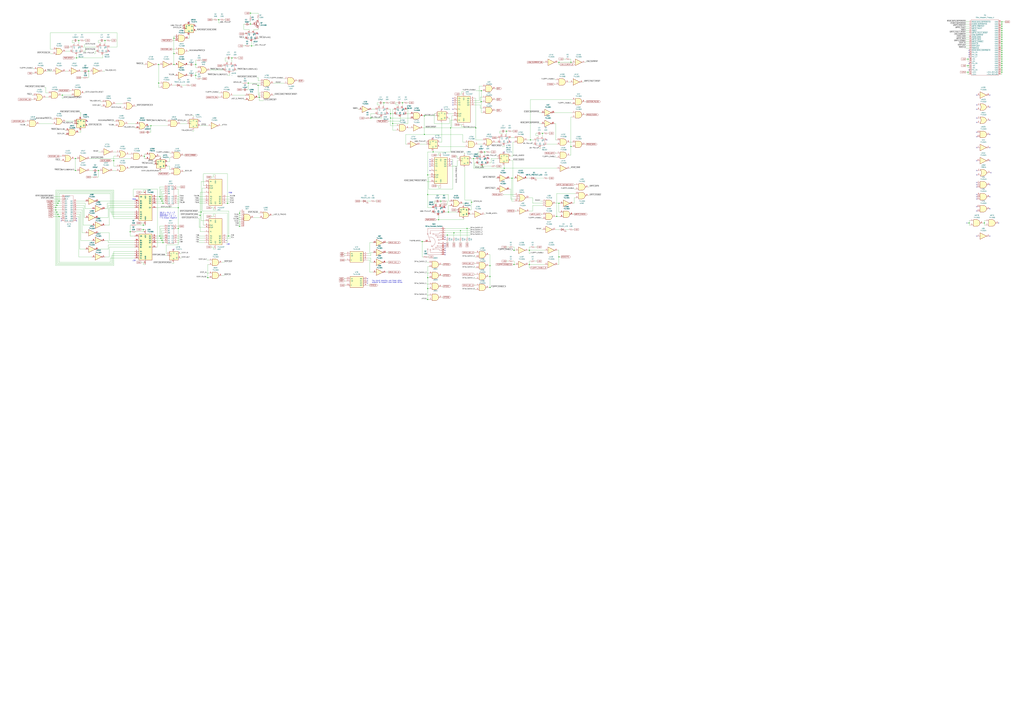
<source format=kicad_sch>
(kicad_sch (version 20211123) (generator eeschema)
  (paper "A0")
  (junction (at 1163.32 81.28))
  (junction (at 1163.32 76.2))
  (junction (at 201.93 74.93))
  (junction (at 166.37 261.62))
  (junction (at 496.57 226.06))
  (junction (at 233.68 246.38))
  (junction (at 648.97 298.45))
  (junction (at 1163.32 45.72))
  (junction (at 265.43 274.32))
  (junction (at 519.43 273.05))
  (junction (at 467.36 119.38))
  (junction (at 186.69 276.86))
  (junction (at 1163.32 27.94))
  (junction (at 496.57 203.2))
  (junction (at 596.9 307.34))
  (junction (at 527.05 270.51))
  (junction (at 552.45 148.59))
  (junction (at 496.57 322.58))
  (junction (at 496.57 347.98))
  (junction (at 588.01 152.4))
  (junction (at 1123.95 76.2))
  (junction (at 511.81 233.68))
  (junction (at 1123.95 83.82))
  (junction (at 232.41 250.19))
  (junction (at 1123.95 68.58))
  (junction (at 614.68 290.83))
  (junction (at 509.27 255.27))
  (junction (at 549.91 184.15))
  (junction (at 1163.32 66.04))
  (junction (at 453.39 137.16))
  (junction (at 1163.32 68.58))
  (junction (at 1163.32 40.64))
  (junction (at 596.9 290.83))
  (junction (at 227.33 87.63))
  (junction (at 184.15 74.93))
  (junction (at 264.16 236.22))
  (junction (at 201.93 62.23))
  (junction (at 1163.32 43.18))
  (junction (at 490.22 280.67))
  (junction (at 1163.32 78.74))
  (junction (at 534.67 267.97))
  (junction (at 151.13 269.24))
  (junction (at 662.94 170.18))
  (junction (at 87.63 184.15))
  (junction (at 66.04 246.38))
  (junction (at 1163.32 55.88))
  (junction (at 1163.32 25.4))
  (junction (at 186.69 231.14))
  (junction (at 91.44 46.99))
  (junction (at 207.01 265.43))
  (junction (at 1163.32 48.26))
  (junction (at 1163.32 35.56))
  (junction (at 269.24 67.31))
  (junction (at 121.92 46.99))
  (junction (at 278.13 247.65))
  (junction (at 558.8 118.11))
  (junction (at 594.36 207.01))
  (junction (at 629.92 154.94))
  (junction (at 102.87 82.55))
  (junction (at 185.42 274.32))
  (junction (at 547.37 234.95))
  (junction (at 167.64 181.61))
  (junction (at 189.23 281.94))
  (junction (at 278.13 262.89))
  (junction (at 1163.32 83.82))
  (junction (at 453.39 132.08))
  (junction (at 288.29 96.52))
  (junction (at 520.7 246.38))
  (junction (at 1163.32 30.48))
  (junction (at 1125.22 259.08))
  (junction (at 184.15 96.52))
  (junction (at 492.76 134.62))
  (junction (at 1163.32 63.5))
  (junction (at 585.47 195.58))
  (junction (at 67.31 248.92))
  (junction (at 67.31 236.22))
  (junction (at 542.29 265.43))
  (junction (at 68.58 251.46))
  (junction (at 455.93 143.51))
  (junction (at 648.97 236.22))
  (junction (at 568.96 321.31))
  (junction (at 430.53 137.16))
  (junction (at 560.07 193.04))
  (junction (at 66.04 238.76))
  (junction (at 166.37 266.7))
  (junction (at 1163.32 33.02))
  (junction (at 187.96 279.4))
  (junction (at 300.99 113.03))
  (junction (at 114.3 198.12))
  (junction (at 1163.32 58.42))
  (junction (at 614.68 307.34))
  (junction (at 1143 259.08))
  (junction (at 290.83 15.24))
  (junction (at 64.77 241.3))
  (junction (at 662.94 72.39))
  (junction (at 502.92 176.53))
  (junction (at 1163.32 50.8))
  (junction (at 1163.32 73.66))
  (junction (at 496.57 335.28))
  (junction (at 185.42 228.6))
  (junction (at 88.9 67.31))
  (junction (at 292.1 53.34))
  (junction (at 445.77 119.38))
  (junction (at 1163.32 38.1))
  (junction (at 201.93 44.45))
  (junction (at 254 22.86))
  (junction (at 72.39 110.49))
  (junction (at 241.3 322.58))
  (junction (at 290.83 27.94))
  (junction (at 568.96 334.01))
  (junction (at 87.63 198.12))
  (junction (at 132.08 186.69))
  (junction (at 562.61 176.53))
  (junction (at 568.96 308.61))
  (junction (at 646.43 251.46))
  (junction (at 523.24 148.59))
  (junction (at 187.96 233.68))
  (junction (at 175.26 146.05))
  (junction (at 648.97 72.39))
  (junction (at 492.76 156.21))
  (junction (at 227.33 74.93))
  (junction (at 1163.32 60.96))
  (junction (at 1163.32 71.12))
  (junction (at 64.77 243.84))
  (junction (at 189.23 236.22))
  (junction (at 1163.32 53.34))
  (junction (at 207.01 241.3))
  (junction (at 299.72 99.06))
  (junction (at 558.8 105.41))
  (junction (at 615.95 162.56))
  (junction (at 68.58 233.68))
  (no_connect (at 1149.35 124.46))
  (no_connect (at 1134.11 121.92))
  (no_connect (at 1134.11 127))
  (no_connect (at 1134.11 137.16))
  (no_connect (at 1149.35 139.7))
  (no_connect (at 1134.11 142.24))
  (no_connect (at 1134.11 186.69))
  (no_connect (at 1149.35 186.69))
  (no_connect (at 585.47 176.53))
  (no_connect (at 127 59.69))
  (no_connect (at 635 162.56))
  (no_connect (at 524.51 187.96))
  (no_connect (at 1134.11 212.09))
  (no_connect (at 1134.11 214.63))
  (no_connect (at 1122.68 259.08))
  (no_connect (at 525.78 119.38))
  (no_connect (at 525.78 127))
  (no_connect (at 525.78 114.3))
  (no_connect (at 524.51 190.5))
  (no_connect (at 201.93 289.56))
  (no_connect (at 513.08 127))
  (no_connect (at 1125.22 73.66))
  (no_connect (at 450.85 132.08))
  (no_connect (at 262.89 279.4))
  (no_connect (at 1134.11 198.12))
  (no_connect (at 1134.11 203.2))
  (no_connect (at 1150.62 200.66))
  (no_connect (at 516.89 290.83))
  (no_connect (at 516.89 288.29))
  (no_connect (at 516.89 285.75))
  (no_connect (at 516.89 278.13))
  (no_connect (at 516.89 283.21))
  (no_connect (at 516.89 275.59))
  (no_connect (at 516.89 293.37))
  (no_connect (at 516.89 295.91))
  (no_connect (at 1134.11 228.6))
  (no_connect (at 1134.11 231.14))
  (no_connect (at 1134.11 217.17))
  (no_connect (at 1149.35 214.63))
  (no_connect (at 1134.11 226.06))
  (no_connect (at 1149.35 228.6))
  (no_connect (at 1125.22 66.04))
  (no_connect (at 1125.22 60.96))
  (no_connect (at 426.72 326.39))
  (no_connect (at 426.72 323.85))
  (no_connect (at 426.72 328.93))
  (no_connect (at 1134.11 240.03))
  (no_connect (at 1149.35 242.57))
  (no_connect (at 1134.11 245.11))
  (no_connect (at 547.37 189.23))
  (no_connect (at 219.71 25.4))
  (no_connect (at 1149.35 171.45))
  (no_connect (at 567.69 184.15))
  (no_connect (at 502.92 160.02))
  (no_connect (at 1149.35 156.21))
  (no_connect (at 1134.11 153.67))
  (no_connect (at 1134.11 158.75))
  (no_connect (at 101.6 140.97))
  (no_connect (at 1125.22 63.5))
  (no_connect (at 1125.22 58.42))
  (no_connect (at 1134.11 274.32))
  (no_connect (at 1149.35 274.32))
  (no_connect (at 274.32 76.2))
  (no_connect (at 1159.51 259.08))
  (no_connect (at 1149.35 110.49))
  (no_connect (at 1134.11 110.49))
  (no_connect (at 299.72 39.37))
  (no_connect (at 1125.22 81.28))
  (no_connect (at 227.33 30.48))
  (no_connect (at 593.09 165.1))
  (no_connect (at 232.41 140.97))
  (no_connect (at 88.9 254))
  (no_connect (at 71.12 254))
  (no_connect (at 88.9 256.54))
  (no_connect (at 71.12 256.54))
  (no_connect (at 499.11 185.42))
  (no_connect (at 499.11 198.12))
  (no_connect (at 499.11 193.04))
  (no_connect (at 499.11 190.5))
  (no_connect (at 499.11 187.96))
  (no_connect (at 516.89 241.3))
  (no_connect (at 1134.11 171.45))
  (no_connect (at 525.78 121.92))
  (no_connect (at 525.78 116.84))
  (wire (pts (xy 233.68 210.82) (xy 233.68 246.38)))
  (wire (pts (xy 99.06 59.69) (xy 99.06 54.61)))
  (wire (pts (xy 551.18 293.37) (xy 552.45 293.37)))
  (wire (pts (xy 127 270.51) (xy 127 279.4)))
  (wire (pts (xy 417.83 233.68) (xy 419.1 233.68)))
  (wire (pts (xy 292.1 53.34) (xy 295.91 53.34)))
  (wire (pts (xy 190.5 219.71) (xy 186.69 219.71)))
  (wire (pts (xy 62.23 238.76) (xy 66.04 238.76)))
  (wire (pts (xy 473.71 127) (xy 473.71 143.51)))
  (wire (pts (xy 506.73 237.49) (xy 506.73 236.22)))
  (wire (pts (xy 595.63 303.53) (xy 596.9 303.53)))
  (wire (pts (xy 201.93 41.91) (xy 201.93 44.45)))
  (wire (pts (xy 62.23 233.68) (xy 68.58 233.68)))
  (wire (pts (xy 87.63 184.15) (xy 87.63 198.12)))
  (wire (pts (xy 66.04 246.38) (xy 71.12 246.38)))
  (wire (pts (xy 496.57 322.58) (xy 497.84 322.58)))
  (wire (pts (xy 208.28 233.68) (xy 205.74 233.68)))
  (wire (pts (xy 537.21 236.22) (xy 538.48 236.22)))
  (wire (pts (xy 514.35 307.34) (xy 513.08 307.34)))
  (wire (pts (xy 224.79 87.63) (xy 227.33 87.63)))
  (wire (pts (xy 614.68 303.53) (xy 615.95 303.53)))
  (wire (pts (xy 181.61 233.68) (xy 187.96 233.68)))
  (wire (pts (xy 179.07 187.96) (xy 177.8 187.96)))
  (wire (pts (xy 445.77 123.19) (xy 445.77 119.38)))
  (wire (pts (xy 231.14 276.86) (xy 237.49 276.86)))
  (wire (pts (xy 187.96 279.4) (xy 190.5 279.4)))
  (wire (pts (xy 551.18 318.77) (xy 552.45 318.77)))
  (wire (pts (xy 614.68 307.34) (xy 632.46 307.34)))
  (wire (pts (xy 120.65 46.99) (xy 121.92 46.99)))
  (wire (pts (xy 568.96 295.91) (xy 568.96 308.61)))
  (wire (pts (xy 471.17 167.64) (xy 471.17 156.21)))
  (wire (pts (xy 584.2 226.06) (xy 596.9 226.06)))
  (wire (pts (xy 38.1 80.01) (xy 39.37 80.01)))
  (wire (pts (xy 538.48 236.22) (xy 538.48 238.76)))
  (wire (pts (xy 168.91 261.62) (xy 166.37 261.62)))
  (wire (pts (xy 36.83 110.49) (xy 38.1 110.49)))
  (wire (pts (xy 92.71 248.92) (xy 92.71 289.56)))
  (wire (pts (xy 135.89 54.61) (xy 135.89 38.1)))
  (wire (pts (xy 662.94 180.34) (xy 662.94 170.18)))
  (wire (pts (xy 567.69 295.91) (xy 568.96 295.91)))
  (wire (pts (xy 1123.95 86.36) (xy 1125.22 86.36)))
  (wire (pts (xy 509.27 250.19) (xy 509.27 255.27)))
  (wire (pts (xy 181.61 281.94) (xy 189.23 281.94)))
  (wire (pts (xy 255.27 107.95) (xy 254 107.95)))
  (wire (pts (xy 613.41 290.83) (xy 614.68 290.83)))
  (wire (pts (xy 247.65 248.92) (xy 250.19 248.92)))
  (wire (pts (xy 453.39 132.08) (xy 453.39 127)))
  (wire (pts (xy 229.87 254) (xy 231.14 254)))
  (wire (pts (xy 214.63 199.39) (xy 213.36 199.39)))
  (wire (pts (xy 530.86 186.69) (xy 532.13 186.69)))
  (wire (pts (xy 492.76 156.21) (xy 537.21 156.21)))
  (wire (pts (xy 422.91 137.16) (xy 424.18 137.16)))
  (wire (pts (xy 227.33 74.93) (xy 227.33 78.74)))
  (wire (pts (xy 519.43 273.05) (xy 519.43 275.59)))
  (wire (pts (xy 217.17 143.51) (xy 209.55 143.51)))
  (wire (pts (xy 662.94 135.89) (xy 662.94 170.18)))
  (wire (pts (xy 196.85 182.88) (xy 198.12 182.88)))
  (wire (pts (xy 1121.41 25.4) (xy 1125.22 25.4)))
  (wire (pts (xy 524.51 193.04) (xy 530.86 193.04)))
  (wire (pts (xy 116.84 118.11) (xy 118.11 118.11)))
  (wire (pts (xy 66.04 238.76) (xy 66.04 222.25)))
  (wire (pts (xy 203.2 99.06) (xy 200.66 99.06)))
  (wire (pts (xy 618.49 238.76) (xy 629.92 238.76)))
  (wire (pts (xy 107.95 205.74) (xy 105.41 205.74)))
  (wire (pts (xy 1163.32 27.94) (xy 1162.05 27.94)))
  (wire (pts (xy 1125.22 259.08) (xy 1125.22 256.54)))
  (wire (pts (xy 116.84 176.53) (xy 114.3 176.53)))
  (wire (pts (xy 1163.32 68.58) (xy 1163.32 71.12)))
  (wire (pts (xy 1163.32 66.04) (xy 1163.32 68.58)))
  (wire (pts (xy 250.19 289.56) (xy 247.65 289.56)))
  (wire (pts (xy 189.23 236.22) (xy 190.5 236.22)))
  (wire (pts (xy 504.19 233.68) (xy 505.46 233.68)))
  (wire (pts (xy 504.19 132.08) (xy 505.46 132.08)))
  (wire (pts (xy 232.41 269.24) (xy 237.49 269.24)))
  (wire (pts (xy 527.05 270.51) (xy 546.1 270.51)))
  (wire (pts (xy 106.68 279.4) (xy 93.98 279.4)))
  (wire (pts (xy 71.12 238.76) (xy 66.04 238.76)))
  (wire (pts (xy 509.27 180.34) (xy 506.73 180.34)))
  (wire (pts (xy 462.28 123.19) (xy 462.28 121.92)))
  (wire (pts (xy 538.48 255.27) (xy 509.27 255.27)))
  (wire (pts (xy 191.77 297.18) (xy 194.31 297.18)))
  (wire (pts (xy 430.53 137.16) (xy 443.23 137.16)))
  (wire (pts (xy 166.37 223.52) (xy 163.83 223.52)))
  (wire (pts (xy 184.15 101.6) (xy 185.42 101.6)))
  (wire (pts (xy 104.14 198.12) (xy 107.95 198.12)))
  (wire (pts (xy 684.53 217.17) (xy 683.26 217.17)))
  (wire (pts (xy 680.72 118.11) (xy 679.45 118.11)))
  (wire (pts (xy 520.7 132.08) (xy 525.78 132.08)))
  (wire (pts (xy 430.53 137.16) (xy 429.26 137.16)))
  (wire (pts (xy 157.48 261.62) (xy 166.37 261.62)))
  (wire (pts (xy 149.86 195.58) (xy 151.13 195.58)))
  (wire (pts (xy 67.31 223.52) (xy 67.31 236.22)))
  (wire (pts (xy 459.74 119.38) (xy 461.01 119.38)))
  (wire (pts (xy 218.44 74.93) (xy 219.71 74.93)))
  (wire (pts (xy 289.56 34.29) (xy 283.21 34.29)))
  (wire (pts (xy 595.63 307.34) (xy 596.9 307.34)))
  (wire (pts (xy 127 287.02) (xy 127 298.45)))
  (wire (pts (xy 247.65 203.2) (xy 247.65 205.74)))
  (wire (pts (xy 81.28 105.41) (xy 82.55 105.41)))
  (wire (pts (xy 254 26.67) (xy 255.27 26.67)))
  (wire (pts (xy 140.97 125.73) (xy 142.24 125.73)))
  (wire (pts (xy 496.57 298.45) (xy 497.84 298.45)))
  (wire (pts (xy 1163.32 60.96) (xy 1162.05 60.96)))
  (wire (pts (xy 223.52 152.4) (xy 224.79 152.4)))
  (wire (pts (xy 496.57 203.2) (xy 499.11 203.2)))
  (wire (pts (xy 257.81 146.05) (xy 256.54 146.05)))
  (wire (pts (xy 1125.22 76.2) (xy 1123.95 76.2)))
  (wire (pts (xy 1125.22 83.82) (xy 1123.95 83.82)))
  (wire (pts (xy 93.98 246.38) (xy 88.9 246.38)))
  (wire (pts (xy 73.66 114.3) (xy 72.39 114.3)))
  (wire (pts (xy 208.28 276.86) (xy 205.74 276.86)))
  (wire (pts (xy 168.91 220.98) (xy 166.37 220.98)))
  (wire (pts (xy 443.23 135.89) (xy 443.23 137.16)))
  (wire (pts (xy 281.94 53.34) (xy 284.48 53.34)))
  (wire (pts (xy 181.61 231.14) (xy 186.69 231.14)))
  (wire (pts (xy 116.84 50.8) (xy 116.84 49.53)))
  (wire (pts (xy 166.37 266.7) (xy 166.37 269.24)))
  (wire (pts (xy 207.01 265.43) (xy 205.74 265.43)))
  (wire (pts (xy 614.68 294.64) (xy 615.95 294.64)))
  (wire (pts (xy 233.68 246.38) (xy 233.68 256.54)))
  (wire (pts (xy 132.08 193.04) (xy 134.62 193.04)))
  (wire (pts (xy 445.77 119.38) (xy 444.5 119.38)))
  (wire (pts (xy 551.18 306.07) (xy 552.45 306.07)))
  (wire (pts (xy 300.99 113.03) (xy 302.26 113.03)))
  (wire (pts (xy 648.97 72.39) (xy 648.97 74.93)))
  (wire (pts (xy 97.79 46.99) (xy 99.06 46.99)))
  (wire (pts (xy 539.75 232.41) (xy 547.37 232.41)))
  (wire (pts (xy 241.3 322.58) (xy 241.3 307.34)))
  (wire (pts (xy 185.42 274.32) (xy 190.5 274.32)))
  (wire (pts (xy 257.81 320.04) (xy 260.35 320.04)))
  (wire (pts (xy 83.82 46.99) (xy 85.09 46.99)))
  (wire (pts (xy 201.93 74.93) (xy 203.2 74.93)))
  (wire (pts (xy 646.43 162.56) (xy 645.16 162.56)))
  (wire (pts (xy 455.93 143.51) (xy 473.71 143.51)))
  (wire (pts (xy 679.45 133.35) (xy 680.72 133.35)))
  (wire (pts (xy 99.06 252.73) (xy 97.79 252.73)))
  (wire (pts (xy 492.76 134.62) (xy 505.46 134.62)))
  (wire (pts (xy 294.64 34.29) (xy 294.64 35.56)))
  (wire (pts (xy 575.31 207.01) (xy 576.58 207.01)))
  (wire (pts (xy 130.81 251.46) (xy 156.21 251.46)))
  (wire (pts (xy 455.93 127) (xy 457.2 127)))
  (wire (pts (xy 190.5 270.51) (xy 189.23 270.51)))
  (wire (pts (xy 74.93 151.13) (xy 76.2 151.13)))
  (wire (pts (xy 1163.32 43.18) (xy 1162.05 43.18)))
  (wire (pts (xy 426.72 302.26) (xy 429.26 302.26)))
  (wire (pts (xy 453.39 146.05) (xy 459.74 146.05)))
  (wire (pts (xy 88.9 63.5) (xy 88.9 67.31)))
  (wire (pts (xy 186.69 265.43) (xy 186.69 276.86)))
  (wire (pts (xy 276.86 252.73) (xy 279.4 252.73)))
  (wire (pts (xy 168.91 307.34) (xy 166.37 307.34)))
  (wire (pts (xy 509.27 177.8) (xy 509.27 180.34)))
  (wire (pts (xy 163.83 266.7) (xy 166.37 266.7)))
  (wire (pts (xy 346.71 93.98) (xy 345.44 93.98)))
  (wire (pts (xy 588.01 152.4) (xy 589.28 152.4)))
  (wire (pts (xy 207.01 219.71) (xy 207.01 241.3)))
  (wire (pts (xy 524.51 134.62) (xy 524.51 148.59)))
  (wire (pts (xy 462.28 121.92) (xy 459.74 121.92)))
  (wire (pts (xy 114.3 205.74) (xy 114.3 198.12)))
  (wire (pts (xy 154.94 219.71) (xy 154.94 228.6)))
  (wire (pts (xy 299.72 33.02) (xy 299.72 34.29)))
  (wire (pts (xy 283.21 44.45) (xy 284.48 44.45)))
  (wire (pts (xy 132.08 181.61) (xy 132.08 186.69)))
  (wire (pts (xy 1163.32 50.8) (xy 1162.05 50.8)))
  (wire (pts (xy 1163.32 48.26) (xy 1162.05 48.26)))
  (wire (pts (xy 186.69 199.39) (xy 186.69 198.12)))
  (wire (pts (xy 151.13 274.32) (xy 151.13 269.24)))
  (wire (pts (xy 182.88 74.93) (xy 184.15 74.93)))
  (wire (pts (xy 618.49 229.87) (xy 614.68 229.87)))
  (wire (pts (xy 662.94 68.58) (xy 662.94 72.39)))
  (wire (pts (xy 514.35 320.04) (xy 513.08 320.04)))
  (wire (pts (xy 593.09 181.61) (xy 595.63 181.61)))
  (wire (pts (xy 163.83 304.8) (xy 166.37 304.8)))
  (wire (pts (xy 664.21 165.1) (xy 661.67 165.1)))
  (wire (pts (xy 299.72 90.17) (xy 299.72 93.98)))
  (wire (pts (xy 1163.32 76.2) (xy 1163.32 78.74)))
  (wire (pts (xy 558.8 130.81) (xy 560.07 130.81)))
  (wire (pts (xy 631.19 72.39) (xy 632.46 72.39)))
  (wire (pts (xy 582.93 154.94) (xy 580.39 154.94)))
  (wire (pts (xy 87.63 184.15) (xy 88.9 184.15)))
  (wire (pts (xy 125.73 289.56) (xy 125.73 284.48)))
  (wire (pts (xy 156.21 238.76) (xy 125.73 238.76)))
  (wire (pts (xy 134.62 120.65) (xy 142.24 120.65)))
  (wire (pts (xy 299.72 93.98) (xy 302.26 93.98)))
  (wire (pts (xy 595.63 181.61) (xy 595.63 165.1)))
  (wire (pts (xy 114.3 198.12) (xy 115.57 198.12)))
  (wire (pts (xy 167.64 179.07) (xy 168.91 179.07)))
  (wire (pts (xy 506.73 236.22) (xy 504.19 236.22)))
  (wire (pts (xy 276.86 262.89) (xy 278.13 262.89)))
  (wire (pts (xy 519.43 237.49) (xy 518.16 237.49)))
  (wire (pts (xy 588.01 156.21) (xy 588.01 152.4)))
  (wire (pts (xy 224.79 152.4) (xy 224.79 151.13)))
  (wire (pts (xy 156.21 281.94) (xy 125.73 281.94)))
  (wire (pts (xy 247.65 287.02) (xy 245.11 287.02)))
  (wire (pts (xy 92.71 130.81) (xy 93.98 130.81)))
  (wire (pts (xy 491.49 148.59) (xy 523.24 148.59)))
  (wire (pts (xy 227.33 35.56) (xy 228.6 35.56)))
  (wire (pts (xy 459.74 121.92) (xy 459.74 119.38)))
  (wire (pts (xy 132.08 146.05) (xy 133.35 146.05)))
  (wire (pts (xy 156.21 228.6) (xy 154.94 228.6)))
  (wire (pts (xy 231.14 236.22) (xy 237.49 236.22)))
  (wire (pts (xy 666.75 266.7) (xy 665.48 266.7)))
  (wire (pts (xy 255.27 22.86) (xy 254 22.86)))
  (wire (pts (xy 1121.41 43.18) (xy 1125.22 43.18)))
  (wire (pts (xy 234.95 218.44) (xy 234.95 245.11)))
  (wire (pts (xy 124.46 236.22) (xy 124.46 242.57)))
  (wire (pts (xy 467.36 123.19) (xy 467.36 119.38)))
  (wire (pts (xy 76.2 59.69) (xy 81.28 59.69)))
  (wire (pts (xy 509.27 218.44) (xy 509.27 215.9)))
  (wire (pts (xy 231.14 254) (xy 231.14 264.16)))
  (wire (pts (xy 549.91 184.15) (xy 549.91 195.58)))
  (wire (pts (xy 185.42 181.61) (xy 186.69 181.61)))
  (wire (pts (xy 190.5 262.89) (xy 185.42 262.89)))
  (wire (pts (xy 629.92 236.22) (xy 618.49 236.22)))
  (wire (pts (xy 205.74 262.89) (xy 208.28 262.89)))
  (wire (pts (xy 511.81 233.68) (xy 513.08 233.68)))
  (wire (pts (xy 102.87 90.17) (xy 101.6 90.17)))
  (wire (pts (xy 167.64 184.15) (xy 168.91 184.15)))
  (wire (pts (xy 429.26 331.47) (xy 426.72 331.47)))
  (wire (pts (xy 151.13 269.24) (xy 151.13 261.62)))
  (wire (pts (xy 495.3 330.2) (xy 497.84 330.2)))
  (wire (pts (xy 1162.05 25.4) (xy 1163.32 25.4)))
  (wire (pts (xy 121.92 46.99) (xy 121.92 50.8)))
  (wire (pts (xy 645.16 182.88) (xy 646.43 182.88)))
  (wire (pts (xy 210.82 30.48) (xy 212.09 30.48)))
  (wire (pts (xy 266.7 85.09) (xy 266.7 87.63)))
  (wire (pts (xy 1163.32 58.42) (xy 1162.05 58.42)))
  (wire (pts (xy 172.72 146.05) (xy 175.26 146.05)))
  (wire (pts (xy 661.67 68.58) (xy 662.94 68.58)))
  (wire (pts (xy 29.21 146.05) (xy 30.48 146.05)))
  (wire (pts (xy 194.31 187.96) (xy 196.85 187.96)))
  (wire (pts (xy 1126.49 261.62) (xy 1125.22 261.62)))
  (wire (pts (xy 86.36 184.15) (xy 87.63 184.15)))
  (wire (pts (xy 472.44 132.08) (xy 476.25 132.08)))
  (wire (pts (xy 570.23 176.53) (xy 568.96 176.53)))
  (wire (pts (xy 318.77 110.49) (xy 317.5 110.49)))
  (wire (pts (xy 121.92 242.57) (xy 124.46 242.57)))
  (wire (pts (xy 114.3 49.53) (xy 114.3 46.99)))
  (wire (pts (xy 491.49 298.45) (xy 490.22 298.45)))
  (wire (pts (xy 62.23 241.3) (xy 64.77 241.3)))
  (wire (pts (xy 67.31 236.22) (xy 71.12 236.22)))
  (wire (pts (xy 621.03 303.53) (xy 623.57 303.53)))
  (wire (pts (xy 299.72 99.06) (xy 302.26 99.06)))
  (wire (pts (xy 264.16 87.63) (xy 266.7 87.63)))
  (wire (pts (xy 93.98 130.81) (xy 93.98 135.89)))
  (wire (pts (xy 429.26 294.64) (xy 429.26 281.94)))
  (wire (pts (xy 614.68 311.15) (xy 615.95 311.15)))
  (wire (pts (xy 502.92 176.53) (xy 523.24 176.53)))
  (wire (pts (xy 168.91 153.67) (xy 167.64 153.67)))
  (wire (pts (xy 121.92 82.55) (xy 119.38 82.55)))
  (wire (pts (xy 166.37 266.7) (xy 168.91 266.7)))
  (wire (pts (xy 72.39 114.3) (xy 72.39 110.49)))
  (wire (pts (xy 582.93 156.21) (xy 582.93 154.94)))
  (wire (pts (xy 547.37 184.15) (xy 549.91 184.15)))
  (wire (pts (xy 635 167.64) (xy 646.43 167.64)))
  (wire (pts (xy 614.68 303.53) (xy 614.68 307.34)))
  (wire (pts (xy 280.67 96.52) (xy 281.94 96.52)))
  (wire (pts (xy 128.27 224.79) (xy 128.27 246.38)))
  (wire (pts (xy 299.72 247.65) (xy 300.99 247.65)))
  (wire (pts (xy 292.1 48.26) (xy 292.1 53.34)))
  (wire (pts (xy 666.75 229.87) (xy 668.02 229.87)))
  (wire (pts (xy 88.9 233.68) (xy 99.06 233.68)))
  (wire (pts (xy 647.7 72.39) (xy 648.97 72.39)))
  (wire (pts (xy 645.16 236.22) (xy 648.97 236.22)))
  (wire (pts (xy 1121.41 55.88) (xy 1125.22 55.88)))
  (wire (pts (xy 276.86 255.27) (xy 279.4 255.27)))
  (wire (pts (xy 193.04 284.48) (xy 193.04 294.64)))
  (wire (pts (xy 552.45 162.56) (xy 560.07 162.56)))
  (wire (pts (xy 524.51 185.42) (xy 525.78 185.42)))
  (wire (pts (xy 662.94 72.39) (xy 664.21 72.39)))
  (wire (pts (xy 300.99 116.84) (xy 300.99 113.03)))
  (wire (pts (xy 415.29 127) (xy 416.56 127)))
  (wire (pts (xy 289.56 15.24) (xy 290.83 15.24)))
  (wire (pts (xy 534.67 267.97) (xy 546.1 267.97)))
  (wire (pts (xy 676.91 95.25) (xy 678.18 95.25)))
  (wire (pts (xy 127 298.45) (xy 121.92 298.45)))
  (wire (pts (xy 557.53 180.34) (xy 557.53 179.07)))
  (wire (pts (xy 1143 259.08) (xy 1143 261.62)))
  (wire (pts (xy 666.75 236.22) (xy 666.75 229.87)))
  (wire (pts (xy 300.99 107.95) (xy 300.99 113.03)))
  (wire (pts (xy 467.36 119.38) (xy 468.63 119.38)))
  (wire (pts (xy 67.31 248.92) (xy 71.12 248.92)))
  (wire (pts (xy 132.08 308.61) (xy 132.08 292.1)))
  (wire (pts (xy 464.82 135.89) (xy 464.82 140.97)))
  (wire (pts (xy 645.16 251.46) (xy 646.43 251.46)))
  (wire (pts (xy 214.63 180.34) (xy 213.36 180.34)))
  (wire (pts (xy 679.45 72.39) (xy 680.72 72.39)))
  (wire (pts (xy 1143 256.54) (xy 1143 259.08)))
  (wire (pts (xy 436.88 233.68) (xy 435.61 233.68)))
  (wire (pts (xy 247.65 251.46) (xy 247.65 248.92)))
  (wire (pts (xy 193.04 294.64) (xy 194.31 294.64)))
  (wire (pts (xy 101.6 146.05) (xy 102.87 146.05)))
  (wire (pts (xy 287.02 96.52) (xy 288.29 96.52)))
  (wire (pts (xy 551.18 298.45) (xy 552.45 298.45)))
  (wire (pts (xy 1163.32 40.64) (xy 1162.05 40.64)))
  (wire (pts (xy 510.54 170.18) (xy 539.75 170.18)))
  (wire (pts (xy 208.28 231.14) (xy 205.74 231.14)))
  (wire (pts (xy 245.11 251.46) (xy 247.65 251.46)))
  (wire (pts (xy 525.78 185.42) (xy 525.78 219.71)))
  (wire (pts (xy 661.67 180.34) (xy 662.94 180.34)))
  (wire (pts (xy 511.81 218.44) (xy 509.27 218.44)))
  (wire (pts (xy 598.17 231.14) (xy 593.09 231.14)))
  (wire (pts (xy 68.58 233.68) (xy 68.58 224.79)))
  (wire (pts (xy 185.42 96.52) (xy 184.15 96.52)))
  (wire (pts (xy 283.21 27.94) (xy 284.48 27.94)))
  (wire (pts (xy 1163.32 33.02) (xy 1162.05 33.02)))
  (wire (pts (xy 283.21 39.37) (xy 284.48 39.37)))
  (wire (pts (xy 539.75 177.8) (xy 538.48 177.8)))
  (wire (pts (xy 299.72 16.51) (xy 299.72 15.24)))
  (wire (pts (xy 591.82 207.01) (xy 594.36 207.01)))
  (wire (pts (xy 624.84 158.75) (xy 624.84 157.48)))
  (wire (pts (xy 86.36 50.8) (xy 86.36 49.53)))
  (wire (pts (xy 156.21 254) (xy 132.08 254)))
  (wire (pts (xy 455.93 143.51) (xy 455.93 151.13)))
  (wire (pts (xy 535.94 147.32) (xy 535.94 144.78)))
  (wire (pts (xy 614.68 287.02) (xy 615.95 287.02)))
  (wire (pts (xy 186.69 276.86) (xy 190.5 276.86)))
  (wire (pts (xy 445.77 119.38) (xy 447.04 119.38)))
  (wire (pts (xy 662.94 170.18) (xy 664.21 170.18)))
  (wire (pts (xy 668.02 219.71) (xy 666.75 219.71)))
  (wire (pts (xy 496.57 335.28) (xy 496.57 322.58)))
  (wire (pts (xy 660.4 95.25) (xy 661.67 95.25)))
  (wire (pts (xy 438.15 119.38) (xy 439.42 119.38)))
  (wire (pts (xy 1121.41 53.34) (xy 1125.22 53.34)))
  (wire (pts (xy 1125.22 261.62) (xy 1125.22 259.08)))
  (wire (pts (xy 519.43 280.67) (xy 519.43 281.94)))
  (wire (pts (xy 401.32 302.26) (xy 400.05 302.26)))
  (wire (pts (xy 127 241.3) (xy 156.21 241.3)))
  (wire (pts (xy 487.68 167.64) (xy 495.3 167.64)))
  (wire (pts (xy 426.72 299.72) (xy 430.53 299.72)))
  (wire (pts (xy 594.36 207.01) (xy 596.9 207.01)))
  (wire (pts (xy 185.42 217.17) (xy 185.42 228.6)))
  (wire (pts (xy 648.97 307.34) (xy 647.7 307.34)))
  (wire (pts (xy 595.63 165.1) (xy 596.9 165.1)))
  (wire (pts (xy 1163.32 71.12) (xy 1162.05 71.12)))
  (wire (pts (xy 648.97 72.39) (xy 662.94 72.39)))
  (wire (pts (xy 568.96 321.31) (xy 568.96 334.01)))
  (wire (pts (xy 52.07 101.6) (xy 53.34 101.6)))
  (wire (pts (xy 648.97 298.45) (xy 651.51 298.45)))
  (wire (pts (xy 85.09 143.51) (xy 86.36 143.51)))
  (wire (pts (xy 227.33 78.74) (xy 228.6 78.74)))
  (wire (pts (xy 151.13 261.62) (xy 152.4 261.62)))
  (wire (pts (xy 227.33 87.63) (xy 227.33 83.82)))
  (wire (pts (xy 1163.32 71.12) (xy 1163.32 73.66)))
  (wire (pts (xy 231.14 279.4) (xy 237.49 279.4)))
  (wire (pts (xy 500.38 246.38) (xy 501.65 246.38)))
  (wire (pts (xy 114.3 252.73) (xy 125.73 252.73)))
  (wire (pts (xy 278.13 247.65) (xy 278.13 262.89)))
  (wire (pts (xy 472.44 167.64) (xy 471.17 167.64)))
  (wire (pts (xy 1163.32 30.48) (xy 1162.05 30.48)))
  (wire (pts (xy 523.24 176.53) (xy 523.24 148.59)))
  (wire (pts (xy 99.06 52.07) (xy 97.79 52.07)))
  (wire (pts (xy 1123.95 68.58) (xy 1123.95 71.12)))
  (wire (pts (xy 132.08 220.98) (xy 64.77 220.98)))
  (wire (pts (xy 1123.95 71.12) (xy 1125.22 71.12)))
  (wire (pts (xy 547.37 243.84) (xy 546.1 243.84)))
  (wire (pts (xy 245.11 205.74) (xy 247.65 205.74)))
  (wire (pts (xy 588.01 152.4) (xy 586.74 152.4)))
  (wire (pts (xy 45.72 143.51) (xy 60.96 143.51)))
  (wire (pts (xy 76.2 82.55) (xy 78.74 82.55)))
  (wire (pts (xy 521.97 238.76) (xy 520.7 238.76)))
  (wire (pts (xy 68.58 304.8) (xy 128.27 304.8)))
  (wire (pts (xy 201.93 44.45) (xy 203.2 44.45)))
  (wire (pts (xy 129.54 223.52) (xy 67.31 223.52)))
  (wire (pts (xy 643.89 130.81) (xy 664.21 130.81)))
  (wire (pts (xy 440.69 121.92) (xy 438.15 121.92)))
  (wire (pts (xy 557.53 125.73) (xy 560.07 125.73)))
  (wire (pts (xy 200.66 46.99) (xy 203.2 46.99)))
  (wire (pts (xy 184.15 74.93) (xy 185.42 74.93)))
  (wire (pts (xy 215.9 140.97) (xy 217.17 140.97)))
  (wire (pts (xy 551.18 189.23) (xy 551.18 193.04)))
  (wire (pts (xy 542.29 265.43) (xy 542.29 275.59)))
  (wire (pts (xy 99.06 242.57) (xy 106.68 242.57)))
  (wire (pts (xy 231.14 274.32) (xy 237.49 274.32)))
  (wire (pts (xy 430.53 304.8) (xy 430.53 299.72)))
  (wire (pts (xy 91.44 153.67) (xy 93.98 153.67)))
  (wire (pts (xy 1163.32 83.82) (xy 1162.05 83.82)))
  (wire (pts (xy 68.58 224.79) (xy 128.27 224.79)))
  (wire (pts (xy 551.18 323.85) (xy 552.45 323.85)))
  (wire (pts (xy 234.95 91.44) (xy 233.68 91.44)))
  (wire (pts (xy 1163.32 55.88) (xy 1162.05 55.88)))
  (wire (pts (xy 629.92 254) (xy 628.65 254)))
  (wire (pts (xy 196.85 187.96) (xy 196.85 182.88)))
  (wire (pts (xy 538.48 106.68) (xy 535.94 106.68)))
  (wire (pts (xy 114.3 46.99) (xy 115.57 46.99)))
  (wire (pts (xy 250.19 243.84) (xy 247.65 243.84)))
  (wire (pts (xy 294.64 252.73) (xy 300.99 252.73)))
  (wire (pts (xy 187.96 233.68) (xy 190.5 233.68)))
  (wire (pts (xy 1163.32 25.4) (xy 1163.32 27.94)))
  (wire (pts (xy 593.09 219.71) (xy 591.82 219.71)))
  (wire (pts (xy 615.95 115.57) (xy 664.21 115.57)))
  (wire (pts (xy 453.39 132.08) (xy 457.2 132.08)))
  (wire (pts (xy 594.36 207.01) (xy 594.36 233.68)))
  (wire (pts (xy 74.93 156.21) (xy 76.2 156.21)))
  (wire (pts (xy 1163.32 45.72) (xy 1163.32 48.26)))
  (wire (pts (xy 132.08 140.97) (xy 133.35 140.97)))
  (wire (pts (xy 496.57 322.58) (xy 496.57 309.88)))
  (wire (pts (xy 166.37 74.93) (xy 167.64 74.93)))
  (wire (pts (xy 290.83 15.24) (xy 290.83 19.05)))
  (wire (pts (xy 585.47 195.58) (xy 646.43 195.58)))
  (wire (pts (xy 196.85 196.85) (xy 198.12 196.85)))
  (wire (pts (xy 95.25 243.84) (xy 95.25 270.51)))
  (wire (pts (xy 551.18 336.55) (xy 552.45 336.55)))
  (wire (pts (xy 554.99 176.53) (xy 556.26 176.53)))
  (wire (pts (xy 156.21 248.92) (xy 129.54 248.92)))
  (wire (pts (xy 683.26 227.33) (xy 684.53 227.33)))
  (wire (pts (xy 554.99 179.07) (xy 554.99 176.53)))
  (wire (pts (xy 618.49 236.22) (xy 618.49 229.87)))
  (wire (pts (xy 1163.32 40.64) (xy 1163.32 43.18)))
  (wire (pts (xy 665.48 236.22) (xy 666.75 236.22)))
  (wire (pts (xy 76.2 140.97) (xy 86.36 140.97)))
  (wire (pts (xy 680.72 167.64) (xy 679.45 167.64)))
  (wire (pts (xy 62.23 246.38) (xy 66.04 246.38)))
  (wire (pts (xy 504.19 143.51) (xy 504.19 132.08)))
  (wire (pts (xy 234.95 69.85) (xy 233.68 69.85)))
  (wire (pts (xy 506.73 255.27) (xy 509.27 255.27)))
  (wire (pts (xy 547.37 232.41) (xy 547.37 234.95)))
  (wire (pts (xy 400.05 326.39) (xy 401.32 326.39)))
  (wire (pts (xy 229.87 250.19) (xy 232.41 250.19)))
  (wire (pts (xy 163.83 259.08) (xy 166.37 259.08)))
  (wire (pts (xy 36.83 115.57) (xy 38.1 115.57)))
  (wire (pts (xy 181.61 241.3) (xy 207.01 241.3)))
  (wire (pts (xy 88.9 243.84) (xy 95.25 243.84)))
  (wire (pts (xy 232.41 223.52) (xy 232.41 250.19)))
  (wire (pts (xy 551.18 331.47) (xy 552.45 331.47)))
  (wire (pts (xy 557.53 113.03) (xy 560.07 113.03)))
  (wire (pts (xy 648.97 266.7) (xy 645.16 266.7)))
  (wire (pts (xy 1121.41 30.48) (xy 1125.22 30.48)))
  (wire (pts (xy 95.25 270.51) (xy 99.06 270.51)))
  (wire (pts (xy 132.08 308.61) (xy 64.77 308.61)))
  (wire (pts (xy 618.49 245.11) (xy 614.68 245.11)))
  (wire (pts (xy 516.89 265.43) (xy 542.29 265.43)))
  (wire (pts (xy 596.9 287.02) (xy 595.63 287.02)))
  (wire (pts (xy 229.87 246.38) (xy 233.68 246.38)))
  (wire (pts (xy 276.86 260.35) (xy 279.4 260.35)))
  (wire (pts (xy 614.68 290.83) (xy 632.46 290.83)))
  (wire (pts (xy 186.69 231.14) (xy 190.5 231.14)))
  (wire (pts (xy 542.29 265.43) (xy 546.1 265.43)))
  (wire (pts (xy 207.01 265.43) (xy 207.01 241.3)))
  (wire (pts (xy 86.36 67.31) (xy 88.9 67.31)))
  (wire (pts (xy 114.3 270.51) (xy 127 270.51)))
  (wire (pts (xy 184.15 74.93) (xy 184.15 96.52)))
  (wire (pts (xy 1121.41 27.94) (xy 1125.22 27.94)))
  (wire (pts (xy 205.74 219.71) (xy 207.01 219.71)))
  (wire (pts (xy 96.52 241.3) (xy 88.9 241.3)))
  (wire (pts (xy 104.14 184.15) (xy 151.13 184.15)))
  (wire (pts (xy 264.16 247.65) (xy 264.16 281.94)))
  (wire (pts (xy 29.21 140.97) (xy 30.48 140.97)))
  (wire (pts (xy 450.85 316.23) (xy 448.31 316.23)))
  (wire (pts (xy 502.92 176.53) (xy 496.57 176.53)))
  (wire (pts (xy 54.61 82.55) (xy 60.96 82.55)))
  (wire (pts (xy 129.54 186.69) (xy 132.08 186.69)))
  (wire (pts (xy 66.04 307.34) (xy 66.04 246.38)))
  (wire (pts (xy 622.3 157.48) (xy 622.3 154.94)))
  (wire (pts (xy 534.67 267.97) (xy 534.67 275.59)))
  (wire (pts (xy 185.42 199.39) (xy 186.69 199.39)))
  (wire (pts (xy 130.81 198.12) (xy 134.62 198.12)))
  (wire (pts (xy 530.86 243.84) (xy 529.59 243.84)))
  (wire (pts (xy 551.18 119.38) (xy 557.53 119.38)))
  (wire (pts (xy 121.92 46.99) (xy 123.19 46.99)))
  (wire (pts (xy 631.19 207.01) (xy 622.3 207.01)))
  (wire (pts (xy 242.57 322.58) (xy 241.3 322.58)))
  (wire (pts (xy 665.48 248.92) (xy 666.75 248.92)))
  (wire (pts (xy 547.37 234.95) (xy 547.37 243.84)))
  (wire (pts (xy 132.08 186.69) (xy 132.08 193.04)))
  (wire (pts (xy 562.61 176.53) (xy 561.34 176.53)))
  (wire (pts (xy 1123.95 83.82) (xy 1123.95 86.36)))
  (wire (pts (xy 288.29 96.52) (xy 302.26 96.52)))
  (wire (pts (xy 567.69 189.23) (xy 570.23 189.23)))
  (wire (pts (xy 241.3 307.34) (xy 242.57 307.34)))
  (wire (pts (xy 68.58 251.46) (xy 71.12 251.46)))
  (wire (pts (xy 656.59 68.58) (xy 654.05 68.58)))
  (wire (pts (xy 80.01 54.61) (xy 81.28 54.61)))
  (wire (pts (xy 618.49 167.64) (xy 619.76 167.64)))
  (wire (pts (xy 495.3 210.82) (xy 499.11 210.82)))
  (wire (pts (xy 289.56 35.56) (xy 289.56 34.29)))
  (wire (pts (xy 187.96 222.25) (xy 187.96 233.68)))
  (wire (pts (xy 58.42 38.1) (xy 58.42 57.15)))
  (wire (pts (xy 299.72 15.24) (xy 290.83 15.24)))
  (wire (pts (xy 455.93 151.13) (xy 459.74 151.13)))
  (wire (pts (xy 430.53 233.68) (xy 426.72 233.68)))
  (wire (pts (xy 539.75 177.8) (xy 539.75 179.07)))
  (wire (pts (xy 156.21 287.02) (xy 127 287.02)))
  (wire (pts (xy 190.5 222.25) (xy 187.96 222.25)))
  (wire (pts (xy 527.05 270.51) (xy 527.05 275.59)))
  (wire (pts (xy 125.73 284.48) (xy 156.21 284.48)))
  (wire (pts (xy 453.39 119.38) (xy 452.12 119.38)))
  (wire (pts (xy 664.21 135.89) (xy 662.94 135.89)))
  (wire (pts (xy 102.87 82.55) (xy 104.14 82.55)))
  (wire (pts (xy 288.29 104.14) (xy 288.29 96.52)))
  (wire (pts (xy 91.44 251.46) (xy 91.44 298.45)))
  (wire (pts (xy 580.39 152.4) (xy 581.66 152.4)))
  (wire (pts (xy 132.08 181.61) (xy 134.62 181.61)))
  (wire (pts (xy 538.48 254) (xy 538.48 255.27)))
  (wire (pts (xy 400.05 323.85) (xy 401.32 323.85)))
  (wire (pts (xy 516.89 270.51) (xy 527.05 270.51)))
  (wire (pts (xy 450.85 304.8) (xy 448.31 304.8)))
  (wire (pts (xy 576.58 193.04) (xy 575.31 193.04)))
  (wire (pts (xy 490.22 280.67) (xy 490.22 298.45)))
  (wire (pts (xy 232.41 250.19) (xy 232.41 269.24)))
  (wire (pts (xy 113.03 205.74) (xy 114.3 205.74)))
  (wire (pts (xy 511.81 177.8) (xy 509.27 177.8)))
  (wire (pts (xy 648.97 290.83) (xy 648.97 298.45)))
  (wire (pts (xy 127 279.4) (xy 156.21 279.4)))
  (wire (pts (xy 90.17 46.99) (xy 91.44 46.99)))
  (wire (pts (xy 1163.32 30.48) (xy 1163.32 33.02)))
  (wire (pts (xy 502.92 176.53) (xy 502.92 175.26)))
  (wire (pts (xy 539.75 165.1) (xy 537.21 165.1)))
  (wire (pts (xy 537.21 165.1) (xy 537.21 156.21)))
  (wire (pts (xy 193.04 284.48) (xy 207.01 284.48)))
  (wire (pts (xy 471.17 156.21) (xy 492.76 156.21)))
  (wire (pts (xy 184.15 96.52) (xy 184.15 101.6)))
  (wire (pts (xy 194.31 193.04) (xy 196.85 193.04)))
  (wire (pts (xy 119.38 67.31) (xy 119.38 63.5)))
  (wire (pts (xy 552.45 148.59) (xy 552.45 114.3)))
  (wire (pts (xy 527.05 280.67) (xy 527.05 281.94)))
  (wire (pts (xy 93.98 151.13) (xy 93.98 153.67)))
  (wire (pts (xy 261.62 22.86) (xy 260.35 22.86)))
  (wire (pts (xy 167.64 181.61) (xy 167.64 179.07)))
  (wire (pts (xy 488.95 280.67) (xy 490.22 280.67)))
  (wire (pts (xy 208.28 228.6) (xy 205.74 228.6)))
  (wire (pts (xy 438.15 121.92) (xy 438.15 119.38)))
  (wire (pts (xy 236.22 201.93) (xy 264.16 201.93)))
  (wire (pts (xy 182.88 219.71) (xy 182.88 287.02)))
  (wire (pts (xy 593.09 160.02) (xy 596.9 160.02)))
  (wire (pts (xy 496.57 347.98) (xy 496.57 335.28)))
  (wire (pts (xy 151.13 274.32) (xy 156.21 274.32)))
  (wire (pts (xy 262.89 274.32) (xy 265.43 274.32)))
  (wire (pts (xy 231.14 233.68) (xy 237.49 233.68)))
  (wire (pts (xy 551.18 311.15) (xy 552.45 311.15)))
  (wire (pts (xy 227.33 69.85) (xy 227.33 74.93)))
  (wire (pts (xy 71.12 233.68) (xy 68.58 233.68)))
  (wire (pts (xy 114.3 233.68) (xy 156.21 233.68)))
  (wire (pts (xy 208.28 236.22) (xy 205.74 236.22)))
  (wire (pts (xy 64.77 308.61) (xy 64.77 243.84)))
  (wire (pts (xy 53.34 107.95) (xy 55.88 107.95)))
  (wire (pts (xy 306.07 116.84) (xy 300.99 116.84)))
  (wire (pts (xy 276.86 250.19) (xy 279.4 250.19)))
  (wire (pts (xy 433.07 304.8) (xy 430.53 304.8)))
  (wire (pts (xy 209.55 294.64) (xy 210.82 294.64)))
  (wire (pts (xy 598.17 245.11) (xy 599.44 245.11)))
  (wire (pts (xy 201.93 44.45) (xy 201.93 62.23)))
  (wire (pts (xy 280.67 104.14) (xy 281.94 104.14)))
  (wire (pts (xy 554.99 167.64) (xy 560.07 167.64)))
  (wire (pts (xy 264.16 236.22) (xy 266.7 236.22)))
  (wire (pts (xy 236.22 215.9) (xy 237.49 215.9)))
  (wire (pts (xy 88.9 67.31) (xy 119.38 67.31)))
  (wire (pts (xy 187.96 279.4) (xy 187.96 267.97)))
  (wire (pts (xy 648.97 236.22) (xy 650.24 236.22)))
  (wire (pts (xy 430.53 132.08) (xy 435.61 132.08)))
  (wire (pts (xy 595.63 228.6) (xy 598.17 228.6)))
  (wire (pts (xy 110.49 62.23) (xy 109.22 62.23)))
  (wire (pts (xy 497.84 219.71) (xy 497.84 205.74)))
  (wire (pts (xy 1163.32 63.5) (xy 1163.32 66.04)))
  (wire (pts (xy 585.47 195.58) (xy 585.47 191.77)))
  (wire (pts (xy 615.95 162.56) (xy 619.76 162.56)))
  (wire (pts (xy 149.86 179.07) (xy 151.13 179.07)))
  (wire (pts (xy 523.24 139.7) (xy 525.78 139.7)))
  (wire (pts (xy 232.41 146.05) (xy 241.3 146.05)))
  (wire (pts (xy 101.6 82.55) (xy 102.87 82.55)))
  (wire (pts (xy 645.16 162.56) (xy 645.16 143.51)))
  (wire (pts (xy 585.47 168.91) (xy 585.47 170.18)))
  (wire (pts (xy 1163.32 55.88) (xy 1163.32 58.42)))
  (wire (pts (xy 121.92 261.62) (xy 127 261.62)))
  (wire (pts (xy 91.44 46.99) (xy 92.71 46.99)))
  (wire (pts (xy 203.2 41.91) (xy 201.93 41.91)))
  (wire (pts (xy 257.81 304.8) (xy 260.35 304.8)))
  (wire (pts (xy 266.7 228.6) (xy 262.89 228.6)))
  (wire (pts (xy 223.52 134.62) (xy 224.79 134.62)))
  (wire (pts (xy 496.57 226.06) (xy 496.57 203.2)))
  (wire (pts (xy 66.04 222.25) (xy 130.81 222.25)))
  (wire (pts (xy 450.85 281.94) (xy 448.31 281.94)))
  (wire (pts (xy 166.37 220.98) (xy 166.37 223.52)))
  (wire (pts (xy 231.14 281.94) (xy 237.49 281.94)))
  (wire (pts (xy 496.57 241.3) (xy 496.57 226.06)))
  (wire (pts (xy 511.81 233.68) (xy 510.54 233.68)))
  (wire (pts (xy 596.9 290.83) (xy 596.9 287.02)))
  (wire (pts (xy 231.14 264.16) (xy 237.49 264.16)))
  (wire (pts (xy 495.3 342.9) (xy 497.84 342.9)))
  (wire (pts (xy 231.14 228.6) (xy 237.49 228.6)))
  (wire (pts (xy 628.65 248.92) (xy 629.92 248.92)))
  (wire (pts (xy 262.89 276.86) (xy 267.97 276.86)))
  (wire (pts (xy 1121.41 83.82) (xy 1123.95 83.82)))
  (wire (pts (xy 547.37 234.95) (xy 549.91 234.95)))
  (wire (pts (xy 264.16 71.12) (xy 261.62 71.12)))
  (wire (pts (xy 317.5 96.52) (xy 330.2 96.52)))
  (wire (pts (xy 181.61 276.86) (xy 186.69 276.86)))
  (wire (pts (xy 270.51 110.49) (xy 284.48 110.49)))
  (wire (pts (xy 643.89 97.79) (xy 645.16 97.79)))
  (wire (pts (xy 662.94 120.65) (xy 664.21 120.65)))
  (wire (pts (xy 614.68 307.34) (xy 613.41 307.34)))
  (wire (pts (xy 228.6 91.44) (xy 227.33 91.44)))
  (wire (pts (xy 201.93 87.63) (xy 203.2 87.63)))
  (wire (pts (xy 490.22 280.67) (xy 491.49 280.67)))
  (wire (pts (xy 568.96 334.01) (xy 567.69 334.01)))
  (wire (pts (xy 1125.22 68.58) (xy 1123.95 68.58)))
  (wire (pts (xy 551.18 193.04) (xy 560.07 193.04)))
  (wire (pts (xy 91.44 298.45) (xy 106.68 298.45)))
  (wire (pts (xy 53.34 113.03) (xy 55.88 113.03)))
  (wire (pts (xy 1121.41 40.64) (xy 1125.22 40.64)))
  (wire (pts (xy 430.53 297.18) (xy 430.53 293.37)))
  (wire (pts (xy 558.8 118.11) (xy 558.8 130.81)))
  (wire (pts (xy 200.66 57.15) (xy 203.2 57.15)))
  (wire (pts (xy 175.26 146.05) (xy 175.26 153.67)))
  (wire (pts (xy 110.49 59.69) (xy 110.49 62.23)))
  (wire (pts (xy 521.97 143.51) (xy 504.19 143.51)))
  (wire (pts (xy 1163.32 76.2) (xy 1162.05 76.2)))
  (wire (pts (xy 154.94 219.71) (xy 182.88 219.71)))
  (wire (pts (xy 1163.32 73.66) (xy 1163.32 76.2)))
  (wire (pts (xy 96.52 261.62) (xy 96.52 241.3)))
  (wire (pts (xy 1163.32 38.1) (xy 1163.32 40.64)))
  (wire (pts (xy 224.79 74.93) (xy 227.33 74.93)))
  (wire (pts (xy 274.32 81.28) (xy 275.59 81.28)))
  (wire (pts (xy 1163.32 50.8) (xy 1163.32 53.34)))
  (wire (pts (xy 400.05 294.64) (xy 401.32 294.64)))
  (wire (pts (xy 185.42 262.89) (xy 185.42 274.32)))
  (wire (pts (xy 568.96 308.61) (xy 568.96 321.31)))
  (wire (pts (xy 228.6 69.85) (xy 227.33 69.85)))
  (wire (pts (xy 208.28 281.94) (xy 205.74 281.94)))
  (wire (pts (xy 576.58 160.02) (xy 577.85 160.02)))
  (wire (pts (xy 648.97 298.45) (xy 648.97 307.34)))
  (wire (pts (xy 186.69 181.61) (xy 186.69 182.88)))
  (wire (pts (xy 189.23 281.94) (xy 189.23 270.51)))
  (wire (pts (xy 254 22.86) (xy 254 26.67)))
  (wire (pts (xy 496.57 309.88) (xy 497.84 309.88)))
  (wire (pts (xy 495.3 317.5) (xy 497.84 317.5)))
  (wire (pts (xy 1163.32 43.18) (xy 1163.32 45.72)))
  (wire (pts (xy 514.35 332.74) (xy 513.08 332.74)))
  (wire (pts (xy 208.28 279.4) (xy 205.74 279.4)))
  (wire (pts (xy 64.77 220.98) (xy 64.77 241.3)))
  (wire (pts (xy 511.81 237.49) (xy 511.81 233.68)))
  (wire (pts (xy 627.38 171.45) (xy 627.38 172.72)))
  (wire (pts (xy 1163.32 81.28) (xy 1162.05 81.28)))
  (wire (pts (xy 127 261.62) (xy 127 241.3)))
  (wire (pts (xy 520.7 246.38) (xy 530.86 246.38)))
  (wire (pts (xy 556.26 100.33) (xy 560.07 100.33)))
  (wire (pts (xy 130.81 294.64) (xy 156.21 294.64)))
  (wire (pts (xy 570.23 184.15) (xy 570.23 189.23)))
  (wire (pts (xy 182.88 287.02) (xy 181.61 287.02)))
  (wire (pts (xy 431.8 127) (xy 435.61 127)))
  (wire (pts (xy 298.45 90.17) (xy 299.72 90.17)))
  (wire (pts (xy 626.11 143.51) (xy 628.65 143.51)))
  (wire (pts (xy 175.26 146.05) (xy 194.31 146.05)))
  (wire (pts (xy 494.03 165.1) (xy 495.3 165.1)))
  (wire (pts (xy 1163.32 78.74) (xy 1163.32 81.28)))
  (wire (pts (xy 189.23 224.79) (xy 189.23 236.22)))
  (wire (pts (xy 185.42 228.6) (xy 190.5 228.6)))
  (wire (pts (xy 148.59 143.51) (xy 157.48 143.51)))
  (wire (pts (xy 496.57 335.28) (xy 497.84 335.28)))
  (wire (pts (xy 1121.41 50.8) (xy 1125.22 50.8)))
  (wire (pts (xy 1121.41 45.72) (xy 1125.22 45.72)))
  (wire (pts (xy 99.06 236.22) (xy 99.06 242.57)))
  (wire (pts (xy 1162.05 53.34) (xy 1163.32 53.34)))
  (wire (pts (xy 547.37 248.92) (xy 546.1 248.92)))
  (wire (pts (xy 196.85 193.04) (xy 196.85 196.85)))
  (wire (pts (xy 236.22 261.62) (xy 236.22 247.65)))
  (wire (pts (xy 430.53 137.16) (xy 430.53 132.08)))
  (wire (pts (xy 289.56 53.34) (xy 292.1 53.34)))
  (wire (pts (xy 130.81 307.34) (xy 130.81 294.64)))
  (wire (pts (xy 86.36 49.53) (xy 83.82 49.53)))
  (wire (pts (xy 290.83 24.13) (xy 290.83 27.94)))
  (wire (pts (xy 598.17 290.83) (xy 596.9 290.83)))
  (wire (pts (xy 218.44 59.69) (xy 219.71 59.69)))
  (wire (pts (xy 621.03 287.02) (xy 623.57 287.02)))
  (wire (pts (xy 93.98 279.4) (xy 93.98 246.38)))
  (wire (pts (xy 647.7 290.83) (xy 648.97 290.83)))
  (wire (pts (xy 189.23 281.94) (xy 190.5 281.94)))
  (wire (pts (xy 269.24 67.31) (xy 269.24 72.39)))
  (wire (pts (xy 1163.32 33.02) (xy 1163.32 35.56)))
  (wire (pts (xy 254 113.03) (xy 255.27 113.03)))
  (wire (pts (xy 532.13 184.15) (xy 530.86 184.15)))
  (wire (pts (xy 129.54 297.18) (xy 156.21 297.18)))
  (wire (pts (xy 219.71 40.64) (xy 219.71 44.45)))
  (wire (pts (xy 1141.73 259.08) (xy 1143 259.08)))
  (wire (pts (xy 557.53 121.92) (xy 557.53 125.73)))
  (wire (pts (xy 562.61 248.92) (xy 563.88 248.92)))
  (wire (pts (xy 91.44 46.99) (xy 91.44 50.8)))
  (wire (pts (xy 539.75 194.31) (xy 539.75 232.41)))
  (wire (pts (xy 1163.32 38.1) (xy 1162.05 38.1)))
  (wire (pts (xy 558.8 118.11) (xy 560.07 118.11)))
  (wire (pts (xy 278.13 262.89) (xy 279.4 262.89)))
  (wire (pts (xy 497.84 219.71) (xy 525.78 219.71)))
  (wire (pts (xy 557.53 179.07) (xy 554.99 179.07)))
  (wire (pts (xy 181.61 228.6) (xy 185.42 228.6)))
  (wire (pts (xy 1163.32 58.42) (xy 1163.32 60.96)))
  (wire (pts (xy 552.45 114.3) (xy 551.18 114.3)))
  (wire (pts (xy 97.79 252.73) (xy 97.79 238.76)))
  (wire (pts (xy 626.11 130.81) (xy 628.65 130.81)))
  (wire (pts (xy 519.43 233.68) (xy 519.43 237.49)))
  (wire (pts (xy 190.5 267.97) (xy 187.96 267.97)))
  (wire (pts (xy 201.93 306.07) (xy 201.93 304.8)))
  (wire (pts (xy 219.71 44.45) (xy 218.44 44.45)))
  (wire (pts (xy 88.9 236.22) (xy 99.06 236.22)))
  (wire (pts (xy 534.67 267.97) (xy 516.89 267.97)))
  (wire (pts (xy 585.47 170.18) (xy 582.93 170.18)))
  (wire (pts (xy 637.54 154.94) (xy 636.27 154.94)))
  (wire (pts (xy 1121.41 35.56) (xy 1125.22 35.56)))
  (wire (pts (xy 201.93 62.23) (xy 203.2 62.23)))
  (wire (pts (xy 626.11 172.72) (xy 627.38 172.72)))
  (wire (pts (xy 629.92 154.94) (xy 628.65 154.94)))
  (wire (pts (xy 209.55 217.17) (xy 205.74 217.17)))
  (wire (pts (xy 262.89 231.14) (xy 266.7 231.14)))
  (wire (pts (xy 629.92 158.75) (xy 629.92 154.94)))
  (wire (pts (xy 64.77 243.84) (xy 71.12 243.84)))
  (wire (pts (xy 207.01 265.43) (xy 207.01 284.48)))
  (wire (pts (xy 1162.05 86.36) (xy 1163.32 86.36)))
  (wire (pts (xy 156.21 148.59) (xy 157.48 148.59)))
  (wire (pts (xy 645.16 177.8) (xy 646.43 177.8)))
  (wire (pts (xy 317.5 250.19) (xy 316.23 250.19)))
  (wire (pts (xy 1163.32 53.34) (xy 1163.32 55.88)))
  (wire (pts (xy 455.93 127) (xy 455.93 143.51)))
  (wire (pts (xy 167.64 181.61) (xy 167.64 184.15)))
  (wire (pts (xy 300.99 107.95) (xy 302.26 107.95)))
  (wire (pts (xy 38.1 85.09) (xy 39.37 85.09)))
  (wire (pts (xy 132.08 254) (xy 132.08 220.98)))
  (wire (pts (xy 594.36 233.68) (xy 596.9 233.68)))
  (wire (pts (xy 624.84 157.48) (xy 622.3 157.48)))
  (wire (pts (xy 72.39 110.49) (xy 82.55 110.49)))
  (wire (pts (xy 661.67 195.58) (xy 662.94 195.58)))
  (wire (pts (xy 525.78 134.62) (xy 524.51 134.62)))
  (wire (pts (xy 210.82 299.72) (xy 209.55 299.72)))
  (wire (pts (xy 264.16 281.94) (xy 262.89 281.94)))
  (wire (pts (xy 530.86 184.15) (xy 530.86 181.61)))
  (wire (pts (xy 264.16 72.39) (xy 264.16 71.12)))
  (wire (pts (xy 530.86 193.04) (xy 530.86 186.69)))
  (wire (pts (xy 497.84 347.98) (xy 496.57 347.98)))
  (wire (pts (xy 240.03 302.26) (xy 242.57 302.26)))
  (wire (pts (xy 496.57 241.3) (xy 501.65 241.3)))
  (wire (pts (xy 595.63 290.83) (xy 596.9 290.83)))
  (wire (pts (xy 1163.32 68.58) (xy 1162.05 68.58)))
  (wire (pts (xy 660.4 266.7) (xy 656.59 266.7)))
  (wire (pts (xy 58.42 62.23) (xy 60.96 62.23)))
  (wire (pts (xy 577.85 184.15) (xy 570.23 184.15)))
  (wire (pts (xy 298.45 99.06) (xy 299.72 99.06)))
  (wire (pts (xy 62.23 243.84) (xy 64.77 243.84)))
  (wire (pts (xy 576.58 181.61) (xy 577.85 181.61)))
  (wire (pts (xy 567.69 321.31) (xy 568.96 321.31)))
  (wire (pts (xy 93.98 82.55) (xy 96.52 82.55)))
  (wire (pts (xy 218.44 87.63) (xy 219.71 87.63)))
  (wire (pts (xy 152.4 269.24) (xy 151.13 269.24)))
  (wire (pts (xy 570.23 334.01) (xy 568.96 334.01)))
  (wire (pts (xy 125.73 238.76) (xy 125.73 252.73)))
  (wire (pts (xy 506.73 215.9) (xy 509.27 215.9)))
  (wire (pts (xy 234.95 245.11) (xy 265.43 245.11)))
  (wire (pts (xy 132.08 176.53) (xy 134.62 176.53)))
  (wire (pts (xy 283.21 27.94) (xy 283.21 34.29)))
  (wire (pts (xy 278.13 247.65) (xy 279.4 247.65)))
  (wire (pts (xy 175.26 153.67) (xy 173.99 153.67)))
  (wire (pts (xy 231.14 231.14) (xy 237.49 231.14)))
  (wire (pts (xy 247.65 241.3) (xy 245.11 241.3)))
  (wire (pts (xy 193.04 140.97) (xy 194.31 140.97)))
  (wire (pts (xy 514.35 345.44) (xy 513.08 345.44)))
  (wire (pts (xy 227.33 83.82) (xy 228.6 83.82)))
  (wire (pts (xy 166.37 269.24) (xy 157.48 269.24)))
  (wire (pts (xy 496.57 226.06) (xy 520.7 226.06)))
  (wire (pts (xy 429.26 281.94) (xy 433.07 281.94)))
  (wire (pts (xy 1121.41 48.26) (xy 1125.22 48.26)))
  (wire (pts (xy 299.72 110.49) (xy 299.72 99.06)))
  (wire (pts (xy 196.85 177.8) (xy 198.12 177.8)))
  (wire (pts (xy 240.03 317.5) (xy 242.57 317.5)))
  (wire (pts (xy 453.39 137.16) (xy 476.25 137.16)))
  (wire (pts (xy 533.4 144.78) (xy 535.94 144.78)))
  (wire (pts (xy 558.8 105.41) (xy 558.8 118.11)))
  (wire (pts (xy 261.62 71.12) (xy 261.62 67.31)))
  (wire (pts (xy 257.81 76.2) (xy 259.08 76.2)))
  (wire (pts (xy 267.97 67.31) (xy 269.24 67.31)))
  (wire (pts (xy 1163.32 27.94) (xy 1163.32 30.48)))
  (wire (pts (xy 577.85 165.1) (xy 575.31 165.1)))
  (wire (pts (xy 426.72 297.18) (xy 430.53 297.18)))
  (wire (pts (xy 1122.68 259.08) (xy 1125.22 259.08)))
  (wire (pts (xy 622.3 154.94) (xy 623.57 154.94)))
  (wire (pts (xy 551.18 121.92) (xy 557.53 121.92)))
  (wire (pts (xy 495.3 347.98) (xy 496.57 347.98)))
  (wire (pts (xy 557.53 119.38) (xy 557.53 113.03)))
  (wire (pts (xy 646.43 224.79) (xy 646.43 251.46)))
  (wire (pts (xy 53.34 101.6) (xy 53.34 107.95)))
  (wire (pts (xy 261.62 67.31) (xy 262.89 67.31)))
  (wire (pts (xy 113.03 198.12) (xy 114.3 198.12)))
  (wire (pts (xy 593.09 186.69) (xy 595.63 186.69)))
  (wire (pts (xy 614.68 290.83) (xy 614.68 287.02)))
  (wire (pts (xy 1123.95 78.74) (xy 1125.22 78.74)))
  (wire (pts (xy 576.58 128.27) (xy 575.31 128.27)))
  (wire (pts (xy 576.58 102.87) (xy 575.31 102.87)))
  (wire (pts (xy 232.41 223.52) (xy 237.49 223.52)))
  (wire (pts (xy 114.3 289.56) (xy 125.73 289.56)))
  (wire (pts (xy 299.72 44.45) (xy 300.99 44.45)))
  (wire (pts (xy 88.9 251.46) (xy 91.44 251.46)))
  (wire (pts (xy 186.69 219.71) (xy 186.69 231.14)))
  (wire (pts (xy 237.49 210.82) (xy 233.68 210.82)))
  (wire (pts (xy 535.94 106.68) (xy 535.94 109.22)))
  (wire (pts (xy 576.58 115.57) (xy 575.31 115.57)))
  (wire (pts (xy 129.54 248.92) (xy 129.54 223.52)))
  (wire (pts (xy 643.89 92.71) (xy 645.16 92.71)))
  (wire (pts (xy 62.23 236.22) (xy 67.31 236.22)))
  (wire (pts (xy 400.05 297.18) (xy 401.32 297.18)))
  (wire (pts (xy 125.73 281.94) (xy 125.73 279.4)))
  (wire (pts (xy 127 54.61) (xy 135.89 54.61)))
  (wire (pts (xy 116.84 123.19) (xy 118.11 123.19)))
  (wire (pts (xy 111.76 59.69) (xy 110.49 59.69)))
  (wire (pts (xy 279.4 245.11) (xy 278.13 245.11)))
  (wire (pts (xy 64.77 241.3) (xy 71.12 241.3)))
  (wire (pts (xy 401.32 331.47) (xy 400.05 331.47)))
  (wire (pts (xy 426.72 294.64) (xy 429.26 294.64)))
  (wire (pts (xy 580.39 154.94) (xy 580.39 152.4)))
  (wire (pts (xy 234.95 218.44) (xy 237.49 218.44)))
  (wire (pts (xy 1121.41 68.58) (xy 1123.95 68.58)))
  (wire (pts (xy 96.52 59.69) (xy 99.06 59.69)))
  (wire (pts (xy 97.79 107.95) (xy 99.06 107.95)))
  (wire (pts (xy 299.72 21.59) (xy 299.72 22.86)))
  (wire (pts (xy 246.38 22.86) (xy 247.65 22.86)))
  (wire (pts (xy 129.54 306.07) (xy 67.31 306.07)))
  (wire (pts (xy 648.97 74.93) (xy 650.24 74.93)))
  (wire (pts (xy 495.3 304.8) (xy 497.84 304.8)))
  (wire (pts (xy 72.39 110.49) (xy 71.12 110.49)))
  (wire (pts (xy 1163.32 35.56) (xy 1162.05 35.56)))
  (wire (pts (xy 666.75 214.63) (xy 668.02 214.63)))
  (wire (pts (xy 200.66 74.93) (xy 201.93 74.93)))
  (wire (pts (xy 99.06 54.61) (xy 111.76 54.61)))
  (wire (pts (xy 615.95 162.56) (xy 615.95 115.57)))
  (wire (pts (xy 549.91 195.58) (xy 585.47 195.58)))
  (wire (pts (xy 504.19 236.22) (xy 504.19 233.68)))
  (wire (pts (xy 453.39 146.05) (xy 453.39 137.16)))
  (wire (pts (xy 190.5 217.17) (xy 185.42 217.17)))
  (wire (pts (xy 516.89 246.38) (xy 520.7 246.38)))
  (wire (pts (xy 1123.95 76.2) (xy 1123.95 78.74)))
  (wire (pts (xy 250.19 203.2) (xy 247.65 203.2)))
  (wire (pts (xy 135.89 38.1) (xy 58.42 38.1)))
  (wire (pts (xy 116.84 49.53) (xy 114.3 49.53)))
  (wire (pts (xy 97.79 238.76) (xy 88.9 238.76)))
  (wire (pts (xy 67.31 248.92) (xy 67.31 306.07)))
  (wire (pts (xy 299.72 113.03) (xy 300.99 113.03)))
  (wire (pts (xy 290.83 27.94) (xy 292.1 27.94)))
  (wire (pts (xy 568.96 308.61) (xy 567.69 308.61)))
  (wire (pts (xy 1163.32 48.26) (xy 1163.32 50.8)))
  (wire (pts (xy 62.23 231.14) (xy 71.12 231.14)))
  (wire (pts (xy 523.24 139.7) (xy 523.24 148.59)))
  (wire (pts (xy 430.53 293.37) (xy 433.07 293.37)))
  (wire (pts (xy 156.21 236.22) (xy 124.46 236.22)))
  (wire (pts (xy 269.24 67.31) (xy 270.51 67.31)))
  (wire (pts (xy 474.98 119.38) (xy 473.71 119.38)))
  (wire (pts (xy 60.96 138.43) (xy 59.69 138.43)))
  (wire (pts (xy 237.49 261.62) (xy 236.22 261.62)))
  (wire (pts (xy 1121.41 76.2) (xy 1123.95 76.2)))
  (wire (pts (xy 629.92 266.7) (xy 628.65 266.7)))
  (wire (pts (xy 562.61 180.34) (xy 562.61 176.53)))
  (wire (pts (xy 62.23 251.46) (xy 68.58 251.46)))
  (wire (pts (xy 521.97 137.16) (xy 521.97 143.51)))
  (wire (pts (xy 520.7 238.76) (xy 520.7 246.38)))
  (wire (pts (xy 243.84 81.28) (xy 259.08 81.28)))
  (wire (pts (xy 440.69 123.19) (xy 440.69 121.92)))
  (wire (pts (xy 516.89 273.05) (xy 519.43 273.05)))
  (wire (pts (xy 560.07 193.04) (xy 570.23 193.04)))
  (wire (pts (xy 177.8 190.5) (xy 179.07 190.5)))
  (wire (pts (xy 264.16 236.22) (xy 262.89 236.22)))
  (wire (pts (xy 208.28 274.32) (xy 205.74 274.32)))
  (wire (pts (xy 130.81 222.25) (xy 130.81 251.46)))
  (wire (pts (xy 1163.32 35.56) (xy 1163.32 38.1)))
  (wire (pts (xy 68.58 304.8) (xy 68.58 251.46)))
  (wire (pts (xy 87.63 198.12) (xy 88.9 198.12)))
  (wire (pts (xy 132.08 292.1) (xy 156.21 292.1)))
  (wire (pts (xy 1163.32 45.72) (xy 1162.05 45.72)))
  (wire (pts (xy 520.7 226.06) (xy 520.7 233.68)))
  (wire (pts (xy 492.76 156.21) (xy 492.76 134.62)))
  (wire (pts (xy 215.9 99.06) (xy 210.82 99.06)))
  (wire (pts (xy 538.48 147.32) (xy 535.94 147.32)))
  (wire (pts (xy 1162.05 78.74) (xy 1163.32 78.74)))
  (wire (pts (xy 233.68 256.54) (xy 237.49 256.54)))
  (wire (pts (xy 299.72 34.29) (xy 294.64 34.29)))
  (wire (pts (xy 278.13 245.11) (xy 278.13 247.65)))
  (wire (pts (xy 618.49 245.11) (xy 618.49 238.76)))
  (wire (pts (xy 128.27 299.72) (xy 128.27 304.8)))
  (wire (pts (xy 491.49 134.62) (xy 492.76 134.62)))
  (wire (pts (xy 247.65 289.56) (xy 247.65 287.02)))
  (wire (pts (xy 1163.32 73.66) (xy 1162.05 73.66)))
  (wire (pts (xy 69.85 186.69) (xy 71.12 186.69)))
  (wire (pts (xy 1125.22 256.54) (xy 1126.49 256.54)))
  (wire (pts (xy 645.16 143.51) (xy 643.89 143.51)))
  (wire (pts (xy 467.36 119.38) (xy 466.09 119.38)))
  (wire (pts (xy 534.67 280.67) (xy 534.67 281.94)))
  (wire (pts (xy 157.48 123.19) (xy 158.75 123.19)))
  (wire (pts (xy 287.02 104.14) (xy 288.29 104.14)))
  (wire (pts (xy 181.61 236.22) (xy 189.23 236.22)))
  (wire (pts (xy 496.57 176.53) (xy 496.57 203.2)))
  (wire (pts (xy 1143 261.62) (xy 1144.27 261.62)))
  (wire (pts (xy 275.59 67.31) (xy 276.86 67.31)))
  (wire (pts (xy 199.39 306.07) (xy 201.93 306.07)))
  (wire (pts (xy 106.68 261.62) (xy 96.52 261.62)))
  (wire (pts (xy 62.23 228.6) (xy 71.12 228.6)))
  (wire (pts (xy 552.45 189.23) (xy 551.18 189.23)))
  (wire (pts (xy 264.16 201.93) (xy 264.16 236.22)))
  (wire (pts (xy 524.51 148.59) (xy 552.45 148.59)))
  (wire (pts (xy 222.25 99.06) (xy 220.98 99.06)))
  (wire (pts (xy 552.45 105.41) (xy 558.8 105.41)))
  (wire (pts (xy 166.37 307.34) (xy 166.37 304.8)))
  (wire (pts (xy 265.43 274.32) (xy 267.97 274.32)))
  (wire (pts (xy 542.29 280.67) (xy 542.29 281.94)))
  (wire (pts (xy 429.26 316.23) (xy 433.07 316.23)))
  (wire (pts (xy 86.36 198.12) (xy 87.63 198.12)))
  (wire (pts (xy 646.43 251.46) (xy 650.24 251.46)))
  (wire (pts (xy 97.79 52.07) (xy 97.79 54.61)))
  (wire (pts (xy 156.21 299.72) (xy 128.27 299.72)))
  (wire (pts (xy 1163.32 83.82) (xy 1163.32 86.36)))
  (wire (pts (xy 236.22 215.9) (xy 236.22 201.93)))
  (wire (pts (xy 612.14 207.01) (xy 614.68 207.01)))
  (wire (pts (xy 69.85 181.61) (xy 71.12 181.61)))
  (wire (pts (xy 128.27 246.38) (xy 156.21 246.38)))
  (wire (pts (xy 236.22 247.65) (xy 264.16 247.65)))
  (wire (pts (xy 612.14 162.56) (xy 615.95 162.56)))
  (wire (pts (xy 429.26 302.26) (xy 429.26 316.23)))
  (wire (pts (xy 590.55 303.53) (xy 588.01 303.53)))
  (wire (pts (xy 190.5 265.43) (xy 186.69 265.43)))
  (wire (pts (xy 88.9 248.92) (xy 92.71 248.92)))
  (wire (pts (xy 535.94 109.22) (xy 533.4 109.22)))
  (wire (pts (xy 529.59 181.61) (xy 530.86 181.61)))
  (wire (pts (xy 166.37 259.08) (xy 166.37 261.62)))
  (wire (pts (xy 254 22.86) (xy 252.73 22.86)))
  (wire (pts (xy 562.61 176.53) (xy 563.88 176.53)))
  (wire (pts (xy 646.43 224.79) (xy 668.02 224.79)))
  (wire (pts (xy 472.44 127) (xy 473.71 127)))
  (wire (pts (xy 1163.32 60.96) (xy 1163.32 63.5)))
  (wire (pts (xy 190.5 224.79) (xy 189.23 224.79)))
  (wire (pts (xy 247.65 243.84) (xy 247.65 241.3)))
  (wire (pts (xy 520.7 137.16) (xy 521.97 137.16)))
  (wire (pts (xy 181.61 279.4) (xy 187.96 279.4)))
  (wire (pts (xy 590.55 287.02) (xy 588.01 287.02)))
  (wire (pts (xy 66.04 307.34) (xy 130.81 307.34)))
  (wire (pts (xy 265.43 245.11) (xy 265.43 274.32)))
  (wire (pts (xy 62.23 248.92) (xy 67.31 248.92)))
  (wire (pts (xy 166.37 181.61) (xy 167.64 181.61)))
  (wire (pts (xy 558.8 105.41) (xy 560.07 105.41)))
  (wire (pts (xy 629.92 233.68) (xy 627.38 233.68)))
  (wire (pts (xy 92.71 289.56) (xy 99.06 289.56)))
  (wire (pts (xy 276.86 257.81) (xy 279.4 257.81)))
  (wire (pts (xy 552.45 148.59) (xy 552.45 162.56)))
  (wire (pts (xy 83.82 49.53) (xy 83.82 46.99)))
  (wire (pts (xy 198.12 201.93) (xy 196.85 201.93)))
  (wire (pts (xy 1163.32 63.5) (xy 1162.05 63.5)))
  (wire (pts (xy 58.42 57.15) (xy 60.96 57.15)))
  (wire (pts (xy 289.56 27.94) (xy 290.83 27.94)))
  (wire (pts (xy 181.61 274.32) (xy 185.42 274.32)))
  (wire (pts (xy 1121.41 38.1) (xy 1125.22 38.1)))
  (wire (pts (xy 1163.32 66.04) (xy 1162.05 66.04)))
  (wire (pts (xy 520.7 233.68) (xy 521.97 233.68)))
  (wire (pts (xy 262.89 233.68) (xy 266.7 233.68)))
  (wire (pts (xy 227.33 87.63) (xy 227.33 91.44)))
  (wire (pts (xy 210.82 33.02) (xy 212.09 33.02)))
  (wire (pts (xy 283.21 115.57) (xy 284.48 115.57)))
  (wire (pts (xy 614.68 307.34) (xy 614.68 311.15)))
  (wire (pts (xy 201.93 74.93) (xy 201.93 62.23)))
  (wire (pts (xy 519.43 273.05) (xy 546.1 273.05)))
  (wire (pts (xy 595.63 152.4) (xy 594.36 152.4)))
  (wire (pts (xy 518.16 233.68) (xy 519.43 233.68)))
  (wire (pts (xy 629.92 154.94) (xy 631.19 154.94)))
  (wire (pts (xy 556.26 116.84) (xy 556.26 100.33)))
  (wire (pts (xy 224.79 134.62) (xy 224.79 135.89)))
  (wire (pts (xy 129.54 306.07) (xy 129.54 297.18)))
  (wire (pts (xy 1163.32 25.4) (xy 1167.13 25.4)))
  (wire (pts (xy 102.87 82.55) (xy 102.87 90.17)))
  (wire (pts (xy 648.97 246.38) (xy 648.97 236.22)))
  (wire (pts (xy 328.93 91.44) (xy 330.2 91.44)))
  (wire (pts (xy 450.85 140.97) (xy 464.82 140.97)))
  (wire (pts (xy 551.18 116.84) (xy 556.26 116.84)))
  (wire (pts (xy 453.39 132.08) (xy 453.39 137.16)))
  (wire (pts (xy 513.08 142.24) (xy 513.08 165.1)))
  (wire (pts (xy 575.31 219.71) (xy 576.58 219.71)))
  (wire (pts (xy 497.84 205.74) (xy 499.11 205.74)))
  (wire (pts (xy 513.08 165.1) (xy 510.54 165.1)))
  (wire (pts (xy 1143 256.54) (xy 1144.27 256.54)))
  (wire (pts (xy 598.17 307.34) (xy 596.9 307.34)))
  (wire (pts (xy 595.63 186.69) (xy 595.63 228.6)))
  (wire (pts (xy 93.98 90.17) (xy 96.52 90.17)))
  (wire (pts (xy 474.98 148.59) (xy 476.25 148.59)))
  (wire (pts (xy 302.26 110.49) (xy 299.72 110.49)))
  (wire (pts (xy 240.03 322.58) (xy 241.3 322.58)))
  (wire (pts (xy 614.68 290.83) (xy 614.68 294.64)))
  (wire (pts (xy 97.79 54.61) (xy 96.52 54.61)))
  (wire (pts (xy 549.91 184.15) (xy 552.45 184.15)))
  (wire (pts (xy 1163.32 81.28) (xy 1163.32 83.82)))
  (wire (pts (xy 593.09 231.14) (xy 593.09 219.71)))
  (wire (pts (xy 125.73 279.4) (xy 121.92 279.4)))
  (wire (pts (xy 637.54 207.01) (xy 636.27 207.01)))
  (wire (pts (xy 450.85 293.37) (xy 448.31 293.37)))
  (wire (pts (xy 450.85 127) (xy 453.39 127)))
  (wire (pts (xy 596.9 307.34) (xy 596.9 303.53)))
  (wire (pts (xy 648.97 246.38) (xy 650.24 246.38)))
  (wire (pts (xy 128.27 46.99) (xy 129.54 46.99)))
  (wire (pts (xy 1121.41 33.02) (xy 1125.22 33.02)))
  (text "MSB" (at 265.43 224.79 0) (effects (font (size 1.27 1.27)) (justify left bottom)))
  (text "S0: 0 = B, 1 = ~{A}\nSTEP_IN = ~{A} → Y\n~{STEP_OUT} = B → Y\nY is always negative" (at 185.42 254 0) (effects (font (size 1.27 1.27)) (justify left bottom)))
  (text "You could possibly use these other\noutputs to support dual head drives" (at 431.8 328.93 0) (effects (font (size 1.27 1.27)) (justify left bottom)))
  (text "LSB" (at 153.67 303.53 0) (effects (font (size 1.27 1.27)) (justify left bottom)))
  (text "MSB" (at 153.67 232.41 0) (effects (font (size 1.27 1.27)) (justify left bottom)))
  (text "LSB" (at 262.89 284.48 0) (effects (font (size 1.27 1.27)) (justify left bottom)))
  (label "TD4" (at 208.28 279.4 0))
  (label "~{HEAD_LOAD_SET}" (at 538.48 177.8 180))
  (label "~{LOW_CURRENT}" (at 680.72 72.39 0))
  (label "~{STEP_COUNTER_CLK}" (at 229.87 254 180))
  (label "SEEK_OK" (at 74.93 156.21 180))
  (label "FLOPPY_ENABLE" (at 615.95 294.64 0))
  (label "STEP_OUT" (at 116.84 123.19 180))
  (label "~{TAS_A}(PULSE)" (at 300.99 44.45 0))
  (label "TD128" (at 231.14 228.6 180))
  (label "U66-PULLUP" (at 210.82 30.48 180))
  (label "Drive_Switch_2" (at 546.1 270.51 0))
  (label "Drive_Switch_0" (at 495.3 342.9 180))
  (label "~{WRITE_FAULT_RESET}" (at 1121.41 38.1 180))
  (label "RESTORE&~{TRACK_0}" (at 132.08 140.97 180))
  (label "TC128" (at 132.08 146.05 180))
  (label "ATTEN" (at 495.3 347.98 180))
  (label "TC4" (at 276.86 262.89 180))
  (label "~{ATTEN}" (at 177.8 187.96 180))
  (label "FLOPPY_ENABLE" (at 645.16 182.88 180))
  (label "~{INDEX_RESET}" (at 582.93 170.18 180))
  (label "~{HEAD_LOAD}" (at 662.94 195.58 0))
  (label "~{TRACK_0}" (at 166.37 74.93 180))
  (label "~{READ_DATA_SEPERATED}" (at 626.11 143.51 180))
  (label "~{STEP_PULSE}" (at 99.06 58.42 0))
  (label "U66-PULLUP" (at 576.58 181.61 180))
  (label "TAS_A(DELAY)" (at 121.92 82.55 0))
  (label "FLOPPY_ENABLE" (at 662.94 120.65 180))
  (label "~{PWR_RESET_HEAD_HOME}" (at 52.07 101.6 180))
  (label "HEAD_LOAD" (at 551.18 195.58 0))
  (label "READY" (at 627.38 233.68 180))
  (label "READY" (at 628.65 266.7 180))
  (label "Drive_Switch_1" (at 551.18 323.85 180))
  (label "THUMB_WHEEL" (at 563.88 248.92 0))
  (label "HEAD_LOADED" (at 595.63 181.61 0))
  (label "TD64" (at 231.14 231.14 180))
  (label "~{STEP_PULSE}" (at 299.72 247.65 180))
  (label "~{PWR_RESET_HEAD_HOME}" (at 228.6 35.56 0))
  (label "~{FLOPPY_ENABLE_A}" (at 595.63 290.83 180))
  (label "HEAD_LOAD_TIMEOUT" (at 530.86 193.04 270))
  (label "~{WRITE_FAULT}" (at 1121.41 33.02 180))
  (label "FLOPPY_ENABLE" (at 254 107.95 180))
  (label "~{WRITE_FAULT_RESET}" (at 678.18 95.25 0))
  (label "~{STEP_DIR_LOAD}" (at 105.41 184.15 0))
  (label "Drive_Switch_0" (at 546.1 265.43 0))
  (label "FLOPPY_ENABLE" (at 38.1 80.01 180))
  (label "~{WRITE_ENABLE}" (at 684.53 227.33 0))
  (label "SECTOR_CLK{slash}4" (at 552.45 148.59 180))
  (label "TAS_A(DELAY)" (at 85.09 143.51 180))
  (label "TC16" (at 276.86 250.19 180))
  (label "STEP_PULSE" (at 99.06 52.07 0))
  (label "STEP_IN|~{OUT}" (at 186.69 241.3 0))
  (label "U66-PULLUP" (at 494.03 165.1 180))
  (label "~{READ_DATA_SEPERATED}" (at 1121.41 25.4 180))
  (label "STEP_OUT" (at 210.82 299.72 0))
  (label "~{HEAD_LOAD}" (at 1121.41 43.18 180))
  (label "~{FLOPPY_ENABLE_A}" (at 570.23 334.01 0))
  (label "STEP_PULSE" (at 140.97 125.73 180))
  (label "STEP_COUNTER_RESET" (at 99.06 107.95 0))
  (label "READY" (at 320.04 96.52 0))
  (label "ATTEN" (at 298.45 99.06 180))
  (label "ATTEN" (at 257.81 146.05 0))
  (label "U5-PULLUP" (at 430.53 137.16 0))
  (label "SPEED_OK" (at 549.91 234.95 0))
  (label "~{TRACK_0}&TC128(RESET)" (at 86.36 198.12 180))
  (label "SPEED_OK" (at 215.9 140.97 180))
  (label "SEEK_OK" (at 223.52 134.62 180))
  (label "SPEED_OK" (at 210.82 33.02 180))
  (label "Drive_Switch_1" (at 495.3 330.2 180))
  (label "~{TRACK_0}&TC128" (at 243.84 81.28 0))
  (label "~{STEP_IN}" (at 1121.41 50.8 180))
  (label "Drive_Switch_1" (at 546.1 267.97 0))
  (label "~{STEP_COUNTER_LOAD}" (at 229.87 250.19 180))
  (label "~{STEP_PULSE_EN}" (at 58.42 62.23 180))
  (label "TC4" (at 267.97 276.86 0))
  (label "TC64" (at 266.7 231.14 0))
  (label "TC128" (at 276.86 255.27 180))
  (label "~{STEP_PULSE_EN}" (at 102.87 146.05 0))
  (label "TD128" (at 208.28 236.22 0))
  (label "~{LOW_CURRENT}" (at 1121.41 40.64 180))
  (label "~{TRACK_0}&TC128(PULSE)" (at 275.59 81.28 0))
  (label "~{PWR_RESET_HEAD_HOME}" (at 92.71 130.81 180))
  (label "FLOPPY_ENABLE" (at 552.45 105.41 180))
  (label "~{STEP_COUNTER_CLK}" (at 158.75 123.19 0))
  (label "TC8" (at 267.97 274.32 0))
  (label "FLOPPY_ENABLE" (at 628.65 254 180))
  (label "TC8" (at 276.86 260.35 180))
  (label "~{TAS_A}" (at 69.85 186.69 180))
  (label "~{TAS_A}" (at 54.61 82.55 0))
  (label "STEP_OUT" (at 240.03 302.26 180))
  (label "FLOPPY_ENABLE" (at 328.93 91.44 180))
  (label "SPEED_OK" (at 280.67 96.52 180))
  (label "TD32" (at 231.14 233.68 180))
  (label "~{TRACK_0}&TC128(RESET)" (at 264.16 87.63 180))
  (label "FLOPPY_ENABLE" (at 196.85 177.8 180))
  (label "~{WRITE_DATA}" (at 1121.41 45.72 180))
  (label "TC32" (at 266.7 233.68 0))
  (label "Drive_Switch_0" (at 551.18 336.55 180))
  (label "LAST_5_TRACKS" (at 283.21 115.57 180))
  (label "~{WRITE_PROTECT}" (at 575.31 207.01 180))
  (label "U66-PULLUP" (at 255.27 26.67 0))
  (label "THUMB_WHEEL" (at 488.95 280.67 180))
  (label "~{INDEX_RESET}" (at 494.03 148.59 0))
  (label "STEP_IN" (at 240.03 317.5 180))
  (label "RESTORE&~{TRACK_0}" (at 59.69 138.43 180))
  (label "~{INDEX}" (at 1121.41 35.56 180))
  (label "~{STEP_DIR_LOAD}" (at 62.23 231.14 180))
  (label "Drive_Switch_3" (at 495.3 304.8 180))
  (label "STEP_IN" (at 210.82 294.64 0))
  (label "~{WRITE_FAULT}" (at 575.31 219.71 180))
  (label "~{TRACK_0}&TC128(PULSE)" (at 193.04 140.97 180))
  (label "~{STEP_COUNTER_RESET}" (at 62.23 228.6 180))
  (label "~{HEAD_LOAD_TIMEOUT_RESET}" (at 495.3 210.82 180))
  (label "~{WRITE_PROTECT}" (at 1121.41 30.48 180))
  (label "~{WRITE_DATA}" (at 684.53 217.17 0))
  (label "TD16" (at 208.28 228.6 0))
  (label "TC16" (at 266.7 236.22 0))
  (label "FLOPPY_ENABLE" (at 666.75 219.71 180))
  (label "U5-PULLUP" (at 626.11 172.72 180))
  (label "SEEK_OK" (at 214.63 199.39 0))
  (label "TD16" (at 231.14 236.22 180))
  (label "TC128" (at 29.21 146.05 180))
  (label "U51-PULLUP" (at 295.91 53.34 0))
  (label "TD2" (at 208.28 276.86 0))
  (label "TD32" (at 208.28 231.14 0))
  (label "~{TRACK_0}&TC128" (at 74.93 151.13 180))
  (label "U51-PULLUP" (at 109.22 62.23 180))
  (label "Drive_Switch_2" (at 551.18 311.15 180))
  (label "TD1" (at 208.28 274.32 0))
  (label "~{PWR_RESET_HEAD_HOME}" (at 298.45 90.17 180))
  (label "TD64" (at 208.28 233.68 0))
  (label "~{STEP_COUNTER_RESET}" (at 73.66 114.3 0))
  (label "~{TAS_A}" (at 36.83 110.49 180))
  (label "~{STEP_COUNTER_RESET}" (at 199.39 306.07 180))
  (label "~{WRITE_ENABLE}" (at 1121.41 48.26 180))
  (label "~{STEP_COUNTER_LOAD}" (at 151.13 195.58 0))
  (label "~{STEP_IN}" (at 260.35 320.04 0))
  (label "TC128" (at 266.7 228.6 0))
  (label "TC32" (at 276.86 257.81 180))
  (label "TD2" (at 231.14 279.4 180))
  (label "~{CLOCK_SEPERATED}" (at 1121.41 27.94 180))
  (label "U5-PULLUP" (at 618.49 167.64 180))
  (label "Drive_Switch_3" (at 551.18 298.45 180))
  (label "~{STEP_OUT}" (at 260.35 304.8 0))
  (label "U66-PULLUP" (at 500.38 246.38 180))
  (label "TC64" (at 276.86 252.73 180))
  (label "~{TAS_A}(PULSE)" (at 177.8 190.5 180))
  (label "SECTOR_CLK" (at 492.76 134.62 0))
  (label "~{TRACK_0}" (at 1121.41 55.88 180))
  (label "~{INDEX}" (at 415.29 127 180))
  (label "TD4" (at 231.14 276.86 180))
  (label "~{STEP_DIR_LOAD}" (at 191.77 297.18 180))
  (label "TC128" (at 201.93 87.63 180))
  (label "~{HEAD_LOAD_TIMEOUT_RESET}" (at 318.77 110.49 0))
  (label "TD8" (at 208.28 281.94 0))
  (label "LAST_5_TRACKS" (at 317.5 250.19 0))
  (label "~{TAS_A}" (at 283.21 44.45 180))
  (label "TAS_A(DELAY)" (at 116.84 118.11 180))
  (label "Drive_Switch_3" (at 546.1 273.05 0))
  (label "STEP_PULSE" (at 240.03 322.58 180))
  (label "FLOPPY_ENABLE" (at 643.89 92.71 180))
  (label "~{HEAD_LOAD_SET}" (at 306.07 116.84 0))
  (label "TAS_A(DELAY)" (at 156.21 148.59 180))
  (label "~{STEP_OUT}" (at 1121.41 53.34 180))
  (label "~{ATTEN}" (at 233.68 146.05 0))
  (label "READY" (at 114.3 176.53 180))
  (label "TD8" (at 231.14 274.32 180))
  (label "RESTORE&~{TRACK_0}" (at 219.71 59.69 0))
  (label "STEP_COUNTER_RESET" (at 185.42 199.39 180))
  (label "TD1" (at 231.14 281.94 180))
  (label "Drive_Switch_2" (at 495.3 317.5 180))
  (label "~{HEAD_LOADED}" (at 595.63 186.69 0))
  (label "~{CLOCK_SEPERATED}" (at 626.11 130.81 180))
  (label "TAS_A(DELAY)" (at 223.52 152.4 180))
  (label "~{STEP_COUNTER_RESET}" (at 229.87 246.38 180))
  (global_label "+5V" (shape passive) (at 422.91 137.16 180) (property "Intersheet References" "${INTERSHEET_REFS}" (effects hide)))
  (global_label "TA8" (shape input) (at 62.23 243.84 180) (property "Intersheet References" "${INTERSHEET_REFS}" (effects hide)))
  (global_label "~{RESTORE_AB" (shape input) (at 36.83 115.57 180) (property "Intersheet References" "${INTERSHEET_REFS}" (effects hide)))
  (global_label "RESTORE_AB" (shape input) (at 200.66 57.15 180) (property "Intersheet References" "${INTERSHEET_REFS}" (effects hide)))
  (global_label "GND" (shape passive) (at 209.55 217.17 0) (property "Intersheet References" "${INTERSHEET_REFS}" (effects hide)))
  (global_label "TA1" (shape input) (at 62.23 251.46 180) (property "Intersheet References" "${INTERSHEET_REFS}" (effects hide)))
  (global_label "~{SECTOR_PULSE}" (shape output) (at 680.72 118.11 0) (property "Intersheet References" "${INTERSHEET_REFS}" (effects hide)))
  (global_label "~{READ_DATA}" (shape output) (at 680.72 167.64 0) (property "Intersheet References" "${INTERSHEET_REFS}" (effects hide)))
  (global_label "GND" (shape passive) (at 245.11 205.74 180) (property "Intersheet References" "${INTERSHEET_REFS}" (effects hide)))
  (global_label "~{VALID_ADDR}" (shape input) (at 129.54 186.69 180) (property "Intersheet References" "${INTERSHEET_REFS}" (effects hide)))
  (global_label "LOW_CURENT_B" (shape output) (at 650.24 74.93 0) (property "Intersheet References" "${INTERSHEET_REFS}" (effects hide)))
  (global_label "+5V" (shape passive) (at 129.54 46.99 0) (property "Intersheet References" "${INTERSHEET_REFS}" (effects hide)))
  (global_label "~{PWR_RESET}" (shape input) (at 200.66 46.99 180) (property "Intersheet References" "${INTERSHEET_REFS}" (effects hide)))
  (global_label "GND" (shape passive) (at 257.81 76.2 180) (property "Intersheet References" "${INTERSHEET_REFS}" (effects hide)))
  (global_label "+5V" (shape passive) (at 289.56 15.24 180) (property "Intersheet References" "${INTERSHEET_REFS}" (effects hide)))
  (global_label "+5V" (shape passive) (at 276.86 67.31 0) (property "Intersheet References" "${INTERSHEET_REFS}" (effects hide)))
  (global_label "DRIVE_SEL_3" (shape output) (at 450.85 281.94 0) (property "Intersheet References" "${INTERSHEET_REFS}" (effects hide)))
  (global_label "GND" (shape passive) (at 400.05 302.26 180) (property "Intersheet References" "${INTERSHEET_REFS}" (effects hide)))
  (global_label "+5V" (shape passive) (at 666.75 266.7 0) (property "Intersheet References" "${INTERSHEET_REFS}" (effects hide)))
  (global_label "~{FLOPPY_ENABLE_B}" (shape input) (at 595.63 307.34 180) (property "Intersheet References" "${INTERSHEET_REFS}" (effects hide)))
  (global_label "TA64" (shape input) (at 62.23 236.22 180) (property "Intersheet References" "${INTERSHEET_REFS}" (effects hide)))
  (global_label "~{ATTEN0}" (shape output) (at 514.35 345.44 0) (property "Intersheet References" "${INTERSHEET_REFS}" (effects hide)))
  (global_label "~{SEEK_ERROR}" (shape output) (at 214.63 180.34 0) (property "Intersheet References" "${INTERSHEET_REFS}" (effects hide)))
  (global_label "WRITE_GATE" (shape input) (at 628.65 248.92 180) (property "Intersheet References" "${INTERSHEET_REFS}" (effects hide)))
  (global_label "~{READ_CLOCK}" (shape output) (at 680.72 133.35 0) (property "Intersheet References" "${INTERSHEET_REFS}" (effects hide)))
  (global_label "+5V" (shape passive) (at 436.88 233.68 0) (property "Intersheet References" "${INTERSHEET_REFS}" (effects hide)))
  (global_label "~{PWR_RESET}" (shape input) (at 450.85 140.97 180) (property "Intersheet References" "${INTERSHEET_REFS}" (effects hide)))
  (global_label "GND" (shape passive) (at 542.29 281.94 270) (property "Intersheet References" "${INTERSHEET_REFS}" (effects hide)))
  (global_label "~{PWR_RESET}" (shape input) (at 506.73 255.27 180) (property "Intersheet References" "${INTERSHEET_REFS}" (effects hide)))
  (global_label "+5V" (shape passive) (at 497.84 298.45 0) (property "Intersheet References" "${INTERSHEET_REFS}" (effects hide)))
  (global_label "~{HEAD_0}" (shape input) (at 598.17 245.11 180) (property "Intersheet References" "${INTERSHEET_REFS}" (effects hide)))
  (global_label "~{SA1}" (shape output) (at 576.58 102.87 0) (property "Intersheet References" "${INTERSHEET_REFS}" (effects hide)))
  (global_label "+5V" (shape passive) (at 506.73 180.34 180) (property "Intersheet References" "${INTERSHEET_REFS}" (effects hide)))
  (global_label "+5V" (shape passive) (at 637.54 154.94 0) (property "Intersheet References" "${INTERSHEET_REFS}" (effects hide)))
  (global_label "~{D1}" (shape input) (at 400.05 297.18 180) (property "Intersheet References" "${INTERSHEET_REFS}" (effects hide)))
  (global_label "GND" (shape passive) (at 280.67 104.14 180) (property "Intersheet References" "${INTERSHEET_REFS}" (effects hide)))
  (global_label "DRIVE_SEL_1" (shape input) (at 551.18 318.77 180) (property "Intersheet References" "${INTERSHEET_REFS}" (effects hide)))
  (global_label "+5V" (shape passive) (at 588.01 287.02 180) (property "Intersheet References" "${INTERSHEET_REFS}" (effects hide)))
  (global_label "GND" (shape passive) (at 80.01 54.61 180) (property "Intersheet References" "${INTERSHEET_REFS}" (effects hide)))
  (global_label "+5V" (shape passive) (at 163.83 223.52 180) (property "Intersheet References" "${INTERSHEET_REFS}" (effects hide)))
  (global_label "+5V" (shape passive) (at 222.25 99.06 0) (property "Intersheet References" "${INTERSHEET_REFS}" (effects hide)))
  (global_label "-5V" (shape passive) (at 1121.41 76.2 180) (property "Intersheet References" "${INTERSHEET_REFS}" (effects hide)))
  (global_label "TA128" (shape input) (at 62.23 233.68 180) (property "Intersheet References" "${INTERSHEET_REFS}" (effects hide)))
  (global_label "GND" (shape passive) (at 576.58 160.02 180) (property "Intersheet References" "${INTERSHEET_REFS}" (effects hide)))
  (global_label "+5V" (shape passive) (at 654.05 68.58 180) (property "Intersheet References" "${INTERSHEET_REFS}" (effects hide)))
  (global_label "~{SA2}" (shape output) (at 576.58 115.57 0) (property "Intersheet References" "${INTERSHEET_REFS}" (effects hide)))
  (global_label "+5V" (shape passive) (at 261.62 22.86 0) (property "Intersheet References" "${INTERSHEET_REFS}" (effects hide)))
  (global_label "GND" (shape passive) (at 208.28 262.89 0) (property "Intersheet References" "${INTERSHEET_REFS}" (effects hide)))
  (global_label "READ_GATE" (shape input) (at 645.16 177.8 180) (property "Intersheet References" "${INTERSHEET_REFS}" (effects hide)))
  (global_label "~{RESTORE_AB" (shape input) (at 29.21 140.97 180) (property "Intersheet References" "${INTERSHEET_REFS}" (effects hide)))
  (global_label "~{PWR_RESET}" (shape input) (at 196.85 201.93 180) (property "Intersheet References" "${INTERSHEET_REFS}" (effects hide)))
  (global_label "GND" (shape passive) (at 167.64 153.67 180) (property "Intersheet References" "${INTERSHEET_REFS}" (effects hide)))
  (global_label "+5V" (shape passive) (at 533.4 109.22 180) (property "Intersheet References" "${INTERSHEET_REFS}" (effects hide)))
  (global_label "GND" (shape passive) (at 283.21 39.37 180) (property "Intersheet References" "${INTERSHEET_REFS}" (effects hide)))
  (global_label "GND" (shape passive) (at 1167.13 25.4 0) (property "Intersheet References" "${INTERSHEET_REFS}" (effects hide)))
  (global_label "DRIVE_SEL_0" (shape output) (at 450.85 316.23 0) (property "Intersheet References" "${INTERSHEET_REFS}" (effects hide)))
  (global_label "+5V" (shape passive) (at 99.06 46.99 0) (property "Intersheet References" "${INTERSHEET_REFS}" (effects hide)))
  (global_label "GND" (shape passive) (at 534.67 281.94 270) (property "Intersheet References" "${INTERSHEET_REFS}" (effects hide)))
  (global_label "~{ATTEN3}" (shape output) (at 514.35 307.34 0) (property "Intersheet References" "${INTERSHEET_REFS}" (effects hide)))
  (global_label "TAS" (shape input) (at 38.1 85.09 180) (property "Intersheet References" "${INTERSHEET_REFS}" (effects hide)))
  (global_label "+24V" (shape passive) (at 1121.41 83.82 180) (property "Intersheet References" "${INTERSHEET_REFS}" (effects hide)))
  (global_label "DRIVE_SEL_0" (shape input) (at 551.18 331.47 180) (property "Intersheet References" "${INTERSHEET_REFS}" (effects hide)))
  (global_label "FINISH" (shape input) (at 643.89 97.79 180) (property "Intersheet References" "${INTERSHEET_REFS}" (effects hide)))
  (global_label "GND" (shape passive) (at 506.73 215.9 180) (property "Intersheet References" "${INTERSHEET_REFS}" (effects hide)))
  (global_label "GND" (shape passive) (at 519.43 281.94 270) (property "Intersheet References" "${INTERSHEET_REFS}" (effects hide)))
  (global_label "~{ATTEN2}" (shape output) (at 514.35 320.04 0) (property "Intersheet References" "${INTERSHEET_REFS}" (effects hide)))
  (global_label "~{WRITE_CHECK}" (shape output) (at 666.75 248.92 0) (property "Intersheet References" "${INTERSHEET_REFS}" (effects hide)))
  (global_label "GND" (shape passive) (at 527.05 281.94 270) (property "Intersheet References" "${INTERSHEET_REFS}" (effects hide)))
  (global_label "~{PWR_RESET}" (shape input) (at 86.36 67.31 180) (property "Intersheet References" "${INTERSHEET_REFS}" (effects hide)))
  (global_label "GND" (shape passive) (at 234.95 69.85 0) (property "Intersheet References" "${INTERSHEET_REFS}" (effects hide)))
  (global_label "GND" (shape passive) (at 529.59 181.61 180) (property "Intersheet References" "${INTERSHEET_REFS}" (effects hide)))
  (global_label "TA16" (shape input) (at 62.23 241.3 180) (property "Intersheet References" "${INTERSHEET_REFS}" (effects hide)))
  (global_label "GND" (shape passive) (at 93.98 90.17 180) (property "Intersheet References" "${INTERSHEET_REFS}" (effects hide)))
  (global_label "TA2" (shape input) (at 62.23 248.92 180) (property "Intersheet References" "${INTERSHEET_REFS}" (effects hide)))
  (global_label "GND" (shape passive) (at 234.95 91.44 0) (property "Intersheet References" "${INTERSHEET_REFS}" (effects hide)))
  (global_label "+5V" (shape passive) (at 576.58 193.04 0) (property "Intersheet References" "${INTERSHEET_REFS}" (effects hide)))
  (global_label "WRITE_DATA&CLOCK" (shape input) (at 666.75 214.63 180) (property "Intersheet References" "${INTERSHEET_REFS}" (effects hide)))
  (global_label "+5V" (shape passive) (at 518.16 237.49 180) (property "Intersheet References" "${INTERSHEET_REFS}" (effects hide)))
  (global_label "GND" (shape passive) (at 246.38 22.86 180) (property "Intersheet References" "${INTERSHEET_REFS}" (effects hide)))
  (global_label "RESTORE_AB" (shape input) (at 69.85 181.61 180) (property "Intersheet References" "${INTERSHEET_REFS}" (effects hide)))
  (global_label "+5V" (shape passive) (at 281.94 53.34 180) (property "Intersheet References" "${INTERSHEET_REFS}" (effects hide)))
  (global_label "~{DUR}" (shape output) (at 346.71 93.98 0) (property "Intersheet References" "${INTERSHEET_REFS}" (effects hide)))
  (global_label "+5V" (shape passive) (at 1121.41 68.58 180) (property "Intersheet References" "${INTERSHEET_REFS}" (effects hide)))
  (global_label "DRIVE_SEL_3" (shape input) (at 551.18 293.37 180) (property "Intersheet References" "${INTERSHEET_REFS}" (effects hide)))
  (global_label "FLOPPY_ENABLE_B" (shape output) (at 615.95 311.15 0) (property "Intersheet References" "${INTERSHEET_REFS}" (effects hide)))
  (global_label "GND" (shape passive) (at 163.83 304.8 180) (property "Intersheet References" "${INTERSHEET_REFS}" (effects hide)))
  (global_label "+5V" (shape passive) (at 588.01 303.53 180) (property "Intersheet References" "${INTERSHEET_REFS}" (effects hide)))
  (global_label "DRIVE_SEL_2" (shape output) (at 450.85 293.37 0) (property "Intersheet References" "${INTERSHEET_REFS}" (effects hide)))
  (global_label "GND" (shape passive) (at 245.11 251.46 180) (property "Intersheet References" "${INTERSHEET_REFS}" (effects hide)))
  (global_label "GND" (shape passive) (at 105.41 205.74 180) (property "Intersheet References" "${INTERSHEET_REFS}" (effects hide)))
  (global_label "GND" (shape passive) (at 417.83 233.68 180) (property "Intersheet References" "${INTERSHEET_REFS}" (effects hide)))
  (global_label "~{DISKETTE}" (shape output) (at 651.51 298.45 0) (property "Intersheet References" "${INTERSHEET_REFS}" (effects hide)))
  (global_label "~{ATTEN1}" (shape output) (at 514.35 332.74 0) (property "Intersheet References" "${INTERSHEET_REFS}" (effects hide)))
  (global_label "+5V" (shape passive) (at 595.63 152.4 0) (property "Intersheet References" "${INTERSHEET_REFS}" (effects hide)))
  (global_label "GND" (shape passive) (at 529.59 243.84 180) (property "Intersheet References" "${INTERSHEET_REFS}" (effects hide)))
  (global_label "GND" (shape passive) (at 533.4 144.78 180) (property "Intersheet References" "${INTERSHEET_REFS}" (effects hide)))
  (global_label "DISKETTE_RW" (shape input) (at 254 113.03 180) (property "Intersheet References" "${INTERSHEET_REFS}" (effects hide)))
  (global_label "+5V" (shape passive) (at 570.23 176.53 0) (property "Intersheet References" "${INTERSHEET_REFS}" (effects hide)))
  (global_label "+5V" (shape passive) (at 245.11 287.02 180) (property "Intersheet References" "${INTERSHEET_REFS}" (effects hide)))
  (global_label "~{D0}" (shape input) (at 400.05 294.64 180) (property "Intersheet References" "${INTERSHEET_REFS}" (effects hide)))
  (global_label "READ_GATE" (shape input) (at 584.2 226.06 180) (property "Intersheet References" "${INTERSHEET_REFS}" (effects hide)))
  (global_label "DRIVE_SEL_1" (shape output) (at 450.85 304.8 0) (property "Intersheet References" "${INTERSHEET_REFS}" (effects hide)))
  (global_label "~{HEAD_0}" (shape output) (at 429.26 331.47 0) (property "Intersheet References" "${INTERSHEET_REFS}" (effects hide)))
  (global_label "~{PWR_RESET}" (shape input) (at 81.28 105.41 180) (property "Intersheet References" "${INTERSHEET_REFS}" (effects hide)))
  (global_label "+5V" (shape passive) (at 623.57 303.53 0) (property "Intersheet References" "${INTERSHEET_REFS}" (effects hide)))
  (global_label "GND" (shape passive) (at 400.05 331.47 180) (property "Intersheet References" "${INTERSHEET_REFS}" (effects hide)))
  (global_label "+5V" (shape passive) (at 637.54 207.01 0) (property "Intersheet References" "${INTERSHEET_REFS}" (effects hide)))
  (global_label "~{SA4}" (shape output) (at 576.58 128.27 0) (property "Intersheet References" "${INTERSHEET_REFS}" (effects hide)))
  (global_label "+5V" (shape passive) (at 245.11 241.3 180) (property "Intersheet References" "${INTERSHEET_REFS}" (effects hide)))
  (global_label "+5V" (shape passive) (at 623.57 287.02 0) (property "Intersheet References" "${INTERSHEET_REFS}" (effects hide)))
  (global_label "+5V" (shape passive) (at 163.83 266.7 180) (property "Intersheet References" "${INTERSHEET_REFS}" (effects hide)))
  (global_label "~{LOW_CURRENT_AB}" (shape input) (at 631.19 72.39 180) (property "Intersheet References" "${INTERSHEET_REFS}" (effects hide)))
  (global_label "+5V" (shape passive) (at 474.98 119.38 0) (property "Intersheet References" "${INTERSHEET_REFS}" (effects hide)))
  (global_label "TA4" (shape input) (at 62.23 246.38 180) (property "Intersheet References" "${INTERSHEET_REFS}" (effects hide)))
  (global_label "+5V" (shape passive) (at 453.39 119.38 0) (property "Intersheet References" "${INTERSHEET_REFS}" (effects hide)))
  (global_label "TA32" (shape input) (at 62.23 238.76 180) (property "Intersheet References" "${INTERSHEET_REFS}" (effects hide)))
  (global_label "DRIVE_SEL_2" (shape input) (at 551.18 306.07 180) (property "Intersheet References" "${INTERSHEET_REFS}" (effects hide)))
  (global_label "~{HD1}" (shape input) (at 400.05 326.39 180) (property "Intersheet References" "${INTERSHEET_REFS}" (effects hide)))
  (global_label "GND" (shape passive) (at 163.83 259.08 180) (property "Intersheet References" "${INTERSHEET_REFS}" (effects hide)))
  (global_label "~{HD2}" (shape input) (at 400.05 323.85 180) (property "Intersheet References" "${INTERSHEET_REFS}" (effects hide)))
  (symbol (lib_id "74xx:74LS74") (at 539.75 186.69 0) (unit 1)
    (property "Reference" "U80" (at 541.7694 176.53 0) (effects (justify left)))
    (property "Value" "74LS74" (at 541.7694 179.07 0) (effects (justify left)))
    (property "Datasheet" "74xx/74hc_hct74.pdf" (effects hide))
  )
  (symbol (lib_id "74xx:74LS04") (at 1141.73 171.45 0) (unit 1)
    (property "Reference" "U1" (at 1141.73 162.56 0))
    (property "Value" "74LS04" (at 1141.73 165.1 0))
    (property "Datasheet" "http://www.ti.com/lit/gpn/sn74LS04" (effects hide))
  )
  (symbol (lib_id "74xx:74LS05") (at 637.54 266.7 0) (unit 6)
    (property "Reference" "U14" (at 637.54 257.81 0))
    (property "Value" "74LS05" (at 637.54 260.35 0))
    (property "Datasheet" "http://www.ti.com/lit/gpn/sn74LS05" (effects hide))
  )
  (symbol (lib_id "74xx:74LS32") (at 1141.73 124.46 0) (unit 2)
    (property "Reference" "U61" (at 1141.73 115.57 0))
    (property "Value" "74LS32" (at 1141.73 118.11 0))
    (property "Datasheet" "http://www.ti.com/lit/gpn/sn74LS32" (effects hide))
  )
  (symbol (lib_id "74xx:74LS03") (at 567.69 102.87 0) (unit 3)
    (property "Reference" "U2" (at 567.69 95.25 0))
    (property "Value" "74LS03" (at 567.69 97.79 0))
    (property "Datasheet" "http://www.ti.com/lit/gpn/sn74LS03" (effects hide))
  )
  (symbol (lib_id "Device:R_Small_US") (at 426.72 137.16 270) (mirror x) (unit 1)
    (property "Reference" "R?" (at 426.72 130.81 90))
    (property "Value" "1K" (at 426.72 133.35 90))
  )
  (symbol (lib_id "74xx:74LS00") (at 1134.11 259.08 0) (unit 2)
    (property "Reference" "U67" (at 1134.11 250.19 0))
    (property "Value" "74LS00" (at 1134.11 252.73 0))
    (property "Datasheet" "http://www.ti.com/lit/gpn/sn74ls00" (effects hide))
  )
  (symbol (lib_id "Device:LED") (at 207.01 99.06 0) (mirror y) (unit 1)
    (property "Reference" "D?" (at 208.5975 92.71 0))
    (property "Value" "TRACK_0_LED" (at 208.5975 95.25 0))
  )
  (symbol (lib_id "74xx:74LS04") (at 114.3 298.45 0) (unit 2)
    (property "Reference" "U31" (at 114.3 290.83 0))
    (property "Value" "74LS04" (at 114.3 293.37 0))
    (property "Datasheet" "http://www.ti.com/lit/gpn/sn74LS04" (effects hide))
  )
  (symbol (lib_id "74xx:74LS74") (at 201.93 297.18 0) (unit 2)
    (property "Reference" "U27" (at 203.9494 287.02 0) (effects (justify left)))
    (property "Value" "74LS74" (at 203.9494 289.56 0) (effects (justify left)))
    (property "Datasheet" "74xx/74hc_hct74.pdf" (effects hide))
  )
  (symbol (lib_id "74xx:74LS32") (at 140.97 143.51 0) (unit 4)
    (property "Reference" "U49" (at 140.97 134.62 0))
    (property "Value" "74LS32" (at 140.97 137.16 0))
    (property "Datasheet" "http://www.ti.com/lit/gpn/sn74LS32" (effects hide))
  )
  (symbol (lib_id "74xx:74LS05") (at 640.08 307.34 0) (unit 5)
    (property "Reference" "U19" (at 640.08 298.45 0))
    (property "Value" "74LS05" (at 640.08 300.99 0))
    (property "Datasheet" "http://www.ti.com/lit/gpn/sn74LS05" (effects hide))
  )
  (symbol (lib_id "Device:Q_NPN_EBC") (at 297.18 27.94 0) (unit 1)
    (property "Reference" "Q?" (at 302.26 26.6699 0) (effects (justify left)))
    (property "Value" "2n4400" (at 302.26 29.2099 0) (effects (justify left)))
  )
  (symbol (lib_id "74xx:74LS05") (at 640.08 72.39 0) (unit 5)
    (property "Reference" "U14" (at 640.08 63.5 0))
    (property "Value" "74LS05" (at 640.08 66.04 0))
    (property "Datasheet" "http://www.ti.com/lit/gpn/sn74LS05" (effects hide))
  )
  (symbol (lib_id "74xx:74LS03") (at 657.86 248.92 0) (unit 2)
    (property "Reference" "U16" (at 657.86 240.03 0))
    (property "Value" "74LS03" (at 657.86 242.57 0))
    (property "Datasheet" "http://www.ti.com/lit/gpn/sn74LS03" (effects hide))
  )
  (symbol (lib_id "Device:LED") (at 422.91 233.68 0) (mirror y) (unit 1)
    (property "Reference" "D?" (at 424.4975 227.33 0))
    (property "Value" "POWER_LED" (at 424.4975 229.87 0))
  )
  (symbol (lib_id "74xx:74LS74") (at 538.48 246.38 0) (unit 1)
    (property "Reference" "U81" (at 539.2294 236.22 0) (effects (justify left)))
    (property "Value" "74LS74" (at 539.2294 238.76 0) (effects (justify left)))
    (property "Datasheet" "74xx/74hc_hct74.pdf" (effects hide))
  )
  (symbol (lib_id "Device:R_Small_US") (at 519.43 278.13 0) (unit 1)
    (property "Reference" "R?" (at 524.51 278.13 90))
    (property "Value" "220" (at 521.97 278.13 90))
  )
  (symbol (lib_id "74xx:74LS74") (at 502.92 167.64 0) (unit 2)
    (property "Reference" "U77" (at 504.9394 157.48 0) (effects (justify left)))
    (property "Value" "74LS74" (at 504.9394 160.02 0) (effects (justify left)))
    (property "Datasheet" "74xx/74hc_hct74.pdf" (effects hide))
  )
  (symbol (lib_id "74xx:74LS05") (at 654.05 195.58 0) (unit 1)
    (property "Reference" "U14" (at 654.05 186.69 0))
    (property "Value" "74LS05" (at 654.05 189.23 0))
    (property "Datasheet" "http://www.ti.com/lit/gpn/sn74LS05" (effects hide))
  )
  (symbol (lib_id "74xx:74LS197") (at 250.19 223.52 0) (mirror x) (unit 1)
    (property "Reference" "U52" (at 252.2094 243.84 0) (effects (justify left)))
    (property "Value" "74LS197" (at 252.2094 241.3 0) (effects (justify left)))
    (property "Datasheet" "http://www.ti.com/lit/gpn/sn74LS197" (effects hide))
  )
  (symbol (lib_id "74xx:74LS08") (at 210.82 59.69 0) (unit 1)
    (property "Reference" "U64" (at 210.82 50.8 0))
    (property "Value" "74LS08" (at 210.82 53.34 0))
    (property "Datasheet" "http://www.ti.com/lit/gpn/sn74LS08" (effects hide))
  )
  (symbol (lib_id "74xx:74LS74") (at 219.71 33.02 0) (unit 2)
    (property "Reference" "U81" (at 221.7294 22.86 0) (effects (justify left)))
    (property "Value" "74LS74" (at 221.7294 25.4 0) (effects (justify left)))
    (property "Datasheet" "74xx/74hc_hct74.pdf" (effects hide))
  )
  (symbol (lib_id "74xx:74LS139") (at 414.02 326.39 0) (unit 2)
    (property "Reference" "U7" (at 414.02 316.23 0))
    (property "Value" "74LS139" (at 414.02 318.77 0))
    (property "Datasheet" "http://www.ti.com/lit/ds/symlink/sn74ls139a.pdf" (effects hide))
  )
  (symbol (lib_id "Device:R_Small_US") (at 110.49 205.74 270) (mirror x) (unit 1)
    (property "Reference" "R?" (at 110.49 200.66 90))
    (property "Value" "220" (at 110.49 203.2 90))
  )
  (symbol (lib_id "74xx:74LS04") (at 114.3 242.57 0) (unit 5)
    (property "Reference" "U28" (at 114.3 234.95 0))
    (property "Value" "74LS04" (at 114.3 237.49 0))
    (property "Datasheet" "http://www.ti.com/lit/gpn/sn74LS04" (effects hide))
  )
  (symbol (lib_id "74xx:74LS03") (at 671.83 118.11 0) (unit 3)
    (property "Reference" "U4" (at 671.83 109.22 0))
    (property "Value" "74LS03" (at 671.83 111.76 0))
    (property "Datasheet" "http://www.ti.com/lit/gpn/sn74LS03" (effects hide))
  )
  (symbol (lib_id "Device:C_Polarized_Small_US") (at 287.02 27.94 270) (mirror x) (unit 1)
    (property "Reference" "C?" (at 285.75 22.86 90))
    (property "Value" "6.8uF" (at 287.02 25.4 90))
  )
  (symbol (lib_id "Switch:SW_Rotary12") (at 506.73 280.67 0) (unit 1)
    (property "Reference" "SW1" (at 503.8725 260.35 0))
    (property "Value" "Drive_Number_Switch" (at 503.8725 262.89 0))
    (property "Datasheet" "http://cdn-reichelt.de/documents/datenblatt/C200/DS-Serie%23LOR.pdf" (effects hide))
  )
  (symbol (lib_id "Device:R_Small_US") (at 433.07 233.68 90) (unit 1)
    (property "Reference" "R?" (at 433.07 227.33 90))
    (property "Value" "100" (at 433.07 229.87 90))
  )
  (symbol (lib_id "74xx:74LS32") (at 68.58 59.69 0) (unit 3)
    (property "Reference" "U49" (at 68.58 50.8 0))
    (property "Value" "74LS32" (at 68.58 53.34 0))
    (property "Datasheet" "http://www.ti.com/lit/gpn/sn74LS32" (effects hide))
  )
  (symbol (lib_id "Data General:96L02") (at 627.38 166.37 0) (unit 1)
    (property "Reference" "U5" (at 629.3994 171.45 0) (effects (justify left)))
    (property "Value" "96L02" (at 629.3994 173.99 0) (effects (justify left)))
    (property "Datasheet" "https://pdf1.alldatasheet.com/datasheet-pdf/view/8091/NSC/96L02/+5082uIOzZYtL8B+/datasheet.pdf" (effects hide))
  )
  (symbol (lib_id "Device:R_Small_US") (at 250.19 22.86 90) (unit 1)
    (property "Reference" "R?" (at 250.19 16.51 90))
    (property "Value" "330" (at 250.19 19.05 90))
  )
  (symbol (lib_id "Device:R_Small_US") (at 257.81 22.86 90) (unit 1)
    (property "Reference" "R?" (at 257.81 16.51 90))
    (property "Value" "220" (at 257.81 19.05 90))
  )
  (symbol (lib_id "Device:C_Small") (at 463.55 119.38 90) (unit 1)
    (property "Reference" "C?" (at 463.5563 113.03 90))
    (property "Value" "1uF" (at 463.5563 115.57 90))
  )
  (symbol (lib_id "74xx:74LS08") (at 201.93 143.51 0) (unit 4)
    (property "Reference" "U64" (at 201.93 135.89 0))
    (property "Value" "74LS08" (at 201.93 138.43 0))
    (property "Datasheet" "http://www.ti.com/lit/gpn/sn74LS08" (effects hide))
  )
  (symbol (lib_id "74xx:74LS04") (at 86.36 82.55 0) (unit 3)
    (property "Reference" "U54" (at 86.36 73.66 0))
    (property "Value" "74LS04" (at 86.36 76.2 0))
    (property "Datasheet" "http://www.ti.com/lit/gpn/sn74LS04" (effects hide))
  )
  (symbol (lib_id "74xx:74LS04") (at 123.19 198.12 0) (unit 5)
    (property "Reference" "U31" (at 123.19 189.23 0))
    (property "Value" "74LS04" (at 123.19 191.77 0))
    (property "Datasheet" "http://www.ti.com/lit/gpn/sn74LS04" (effects hide))
  )
  (symbol (lib_id "74xx:74LS03") (at 560.07 321.31 0) (unit 1)
    (property "Reference" "U18" (at 560.07 313.69 0))
    (property "Value" "74LS03" (at 560.07 316.23 0))
    (property "Datasheet" "http://www.ti.com/lit/gpn/sn74LS03" (effects hide))
  )
  (symbol (lib_id "Device:R_Small_US") (at 662.94 266.7 90) (unit 1)
    (property "Reference" "R?" (at 662.94 260.35 90))
    (property "Value" "100" (at 662.94 262.89 90))
  )
  (symbol (lib_id "74xx:74LS00") (at 46.99 82.55 0) (unit 3)
    (property "Reference" "U67" (at 46.99 73.66 0))
    (property "Value" "74LS00" (at 46.99 76.2 0))
    (property "Datasheet" "http://www.ti.com/lit/gpn/sn74ls00" (effects hide))
  )
  (symbol (lib_id "Data General:96L02") (at 266.7 80.01 0) (unit 2)
    (property "Reference" "U51" (at 268.7194 85.09 0) (effects (justify left)))
    (property "Value" "~" (at 268.7194 87.63 0) (effects (justify left)))
    (property "Datasheet" "https://pdf1.alldatasheet.com/datasheet-pdf/view/8091/NSC/96L02/+5082uIOzZYtL8B+/datasheet.pdf" (effects hide))
  )
  (symbol (lib_id "Device:R_Small_US") (at 591.82 152.4 90) (unit 1)
    (property "Reference" "R?" (at 591.82 146.05 90))
    (property "Value" "10K" (at 591.82 148.59 90))
  )
  (symbol (lib_id "74xx:74LS03") (at 337.82 93.98 0) (mirror x) (unit 1)
    (property "Reference" "U4" (at 337.82 102.87 0))
    (property "Value" "74LS03" (at 337.82 100.33 0))
    (property "Datasheet" "http://www.ti.com/lit/gpn/sn74LS03" (effects hide))
  )
  (symbol (lib_id "74xx:74LS03") (at 505.46 345.44 0) (unit 1)
    (property "Reference" "U82" (at 505.46 337.82 0))
    (property "Datasheet" "http://www.ti.com/lit/gpn/sn74LS03" (effects hide))
  )
  (symbol (lib_id "Device:R_Small_US") (at 572.77 193.04 270) (mirror x) (unit 1)
    (property "Reference" "R?" (at 572.77 186.69 90))
    (property "Value" "1K" (at 572.77 189.23 90))
  )
  (symbol (lib_id "74xx:74LS04") (at 106.68 233.68 0) (unit 6)
    (property "Reference" "U28" (at 106.68 226.06 0))
    (property "Value" "74LS04" (at 106.68 228.6 0))
    (property "Datasheet" "http://www.ti.com/lit/gpn/sn74LS04" (effects hide))
  )
  (symbol (lib_id "Device:R_Small_US") (at 593.09 287.02 270) (mirror x) (unit 1)
    (property "Reference" "R?" (at 593.09 281.94 90))
    (property "Value" "1K" (at 593.09 284.48 90))
  )
  (symbol (lib_id "74xx:74LS04") (at 657.86 236.22 0) (unit 2)
    (property "Reference" "U28" (at 657.86 227.33 0))
    (property "Value" "74LS04" (at 657.86 229.87 0))
    (property "Datasheet" "http://www.ti.com/lit/gpn/sn74LS04" (effects hide))
  )
  (symbol (lib_id "Device:R_Small_US") (at 542.29 278.13 0) (unit 1)
    (property "Reference" "R?" (at 547.37 278.13 90))
    (property "Value" "220" (at 544.83 278.13 90))
  )
  (symbol (lib_id "Device:R_Small_US") (at 218.44 99.06 90) (unit 1)
    (property "Reference" "R?" (at 218.44 92.71 90))
    (property "Value" "100" (at 218.44 95.25 90))
  )
  (symbol (lib_id "Device:R_Small_US") (at 593.09 303.53 90) (unit 1)
    (property "Reference" "R?" (at 593.09 298.45 90))
    (property "Value" "1K" (at 593.09 300.99 90))
  )
  (symbol (lib_id "Device:C_Polarized_Small_US") (at 626.11 154.94 270) (mirror x) (unit 1)
    (property "Reference" "C?" (at 626.11 148.59 90))
    (property "Value" "???" (at 626.11 151.13 90))
  )
  (symbol (lib_id "74xx:74LS08") (at 63.5 110.49 0) (unit 4)
    (property "Reference" "U37" (at 63.5 101.6 0))
    (property "Value" "74LS08" (at 63.5 104.14 0))
    (property "Datasheet" "http://www.ti.com/lit/gpn/sn74LS08" (effects hide))
  )
  (symbol (lib_id "74xx:74LS03") (at 250.19 320.04 0) (unit 3)
    (property "Reference" "U62" (at 250.19 311.15 0))
    (property "Value" "74LS03" (at 250.19 313.69 0))
    (property "Datasheet" "http://www.ti.com/lit/gpn/sn74LS03" (effects hide))
  )
  (symbol (lib_id "74xx:74LS03") (at 675.64 217.17 0) (unit 2)
    (property "Reference" "U2" (at 675.64 208.28 0))
    (property "Value" "74LS03" (at 675.64 210.82 0))
    (property "Datasheet" "http://www.ti.com/lit/gpn/sn74LS03" (effects hide))
  )
  (symbol (lib_id "74xx:74LS11") (at 210.82 44.45 0) (unit 1)
    (property "Reference" "U79" (at 210.82 35.56 0))
    (property "Value" "74LS11" (at 210.82 38.1 0))
    (property "Datasheet" "http://www.ti.com/lit/gpn/sn74LS11" (effects hide))
  )
  (symbol (lib_id "Data General:96L02") (at 443.23 130.81 0) (unit 2)
    (property "Reference" "U5" (at 445.2494 135.89 0) (effects (justify left)))
    (property "Value" "96L02" (at 445.2494 138.43 0) (effects (justify left)))
    (property "Datasheet" "https://pdf1.alldatasheet.com/datasheet-pdf/view/8091/NSC/96L02/+5082uIOzZYtL8B+/datasheet.pdf" (effects hide))
  )
  (symbol (lib_id "74xx:74LS03") (at 505.46 332.74 0) (unit 2)
    (property "Reference" "U82" (at 505.46 325.12 0))
    (property "Datasheet" "http://www.ti.com/lit/gpn/sn74LS03" (effects hide))
  )
  (symbol (lib_id "74xx:74LS04") (at 124.46 176.53 0) (unit 1)
    (property "Reference" "U74" (at 124.46 167.64 0))
    (property "Value" "74LS04" (at 124.46 170.18 0))
    (property "Datasheet" "http://www.ti.com/lit/gpn/sn74LS04" (effects hide))
  )
  (symbol (lib_id "Device:R_Small_US") (at 99.06 90.17 270) (mirror x) (unit 1)
    (property "Reference" "R?" (at 99.06 85.09 90))
    (property "Value" "220" (at 99.06 87.63 90))
  )
  (symbol (lib_id "74xx:74LS03") (at 250.19 304.8 0) (unit 2)
    (property "Reference" "U62" (at 250.19 295.91 0))
    (property "Value" "74LS03" (at 250.19 298.45 0))
    (property "Datasheet" "http://www.ti.com/lit/gpn/sn74LS03" (effects hide))
  )
  (symbol (lib_id "Device:C_Small") (at 265.43 67.31 90) (unit 1)
    (property "Reference" "C?" (at 265.4363 60.96 90))
    (property "Value" "51nF" (at 265.4363 63.5 90))
  )
  (symbol (lib_id "Device:C_Small") (at 222.25 74.93 270) (unit 1)
    (property "Reference" "C?" (at 222.25 69.85 90))
    (property "Value" "330pF" (at 222.25 72.39 90))
  )
  (symbol (lib_id "Data General:96L02") (at 119.38 58.42 0) (unit 2)
    (property "Reference" "U50" (at 121.3994 63.5 0) (effects (justify left)))
    (property "Value" "96L02" (at 121.3994 66.04 0) (effects (justify left)))
    (property "Datasheet" "https://pdf1.alldatasheet.com/datasheet-pdf/view/8091/NSC/96L02/+5082uIOzZYtL8B+/datasheet.pdf" (effects hide))
  )
  (symbol (lib_id "74xx:74LS32") (at 165.1 146.05 0) (unit 3)
    (property "Reference" "U61" (at 165.1 137.16 0))
    (property "Value" "74LS32" (at 165.1 139.7 0))
    (property "Datasheet" "http://www.ti.com/lit/gpn/sn74LS32" (effects hide))
  )
  (symbol (lib_id "Device:R_Small_US") (at 95.25 46.99 90) (unit 1)
    (property "Reference" "R?" (at 95.25 40.64 90))
    (property "Value" "27K" (at 95.25 43.18 90))
  )
  (symbol (lib_id "74xx:74LS08") (at 158.75 181.61 0) (unit 2)
    (property "Reference" "U37" (at 158.75 172.72 0))
    (property "Value" "74LS08" (at 158.75 175.26 0))
    (property "Datasheet" "http://www.ti.com/lit/gpn/sn74LS08" (effects hide))
  )
  (symbol (lib_id "74xx:74LS139") (at 414.02 297.18 0) (unit 1)
    (property "Reference" "U7" (at 414.02 287.02 0))
    (property "Value" "74LS139" (at 414.02 289.56 0))
    (property "Datasheet" "http://www.ti.com/lit/ds/symlink/sn74ls139a.pdf" (effects hide))
  )
  (symbol (lib_id "74xx:74LS32") (at 68.58 140.97 0) (unit 2)
    (property "Reference" "U49" (at 68.58 132.08 0))
    (property "Value" "74LS32" (at 68.58 134.62 0))
    (property "Datasheet" "http://www.ti.com/lit/gpn/sn74LS32" (effects hide))
  )
  (symbol (lib_id "Device:LED") (at 652.78 266.7 0) (mirror y) (unit 1)
    (property "Reference" "D?" (at 654.3675 260.35 0))
    (property "Value" "READY_LED" (at 654.3675 262.89 0))
  )
  (symbol (lib_id "74xx:74LS05") (at 640.08 290.83 0) (unit 3)
    (property "Reference" "U19" (at 640.08 281.94 0))
    (property "Value" "74LS05" (at 640.08 284.48 0))
    (property "Datasheet" "http://www.ti.com/lit/gpn/sn74LS05" (effects hide))
  )
  (symbol (lib_id "74xx:74LS05") (at 554.99 248.92 0) (unit 1)
    (property "Reference" "U19" (at 554.99 240.03 0))
    (property "Value" "74LS05" (at 554.99 242.57 0))
    (property "Datasheet" "http://www.ti.com/lit/gpn/sn74LS05" (effects hide))
  )
  (symbol (lib_id "74xx:74LS03") (at 567.69 128.27 0) (unit 4)
    (property "Reference" "U2" (at 567.69 120.65 0))
    (property "Value" "74LS03" (at 567.69 123.19 0))
    (property "Datasheet" "http://www.ti.com/lit/gpn/sn74LS03" (effects hide))
  )
  (symbol (lib_id "Data General:96L02") (at 88.9 58.42 0) (unit 1)
    (property "Reference" "U50" (at 90.9194 63.5 0) (effects (justify left)))
    (property "Value" "96L02" (at 90.9194 66.04 0) (effects (justify left)))
    (property "Datasheet" "https://pdf1.alldatasheet.com/datasheet-pdf/view/8091/NSC/96L02/+5082uIOzZYtL8B+/datasheet.pdf" (effects hide))
  )
  (symbol (lib_id "74xx:74LS10") (at 1141.73 228.6 0) (unit 3)
    (property "Reference" "U3" (at 1141.73 219.71 0))
    (property "Value" "74LS10" (at 1141.73 222.25 0))
    (property "Datasheet" "http://www.ti.com/lit/gpn/sn74LS10" (effects hide))
  )
  (symbol (lib_id "Device:R_Small_US") (at 299.72 19.05 180) (unit 1)
    (property "Reference" "R?" (at 300.99 17.78 0) (effects (justify right)))
    (property "Value" "100K" (at 300.99 20.32 0) (effects (justify right)))
  )
  (symbol (lib_id "Device:R_Small_US") (at 471.17 119.38 90) (unit 1)
    (property "Reference" "R?" (at 471.17 113.03 90))
    (property "Value" "12K" (at 471.17 115.57 90))
  )
  (symbol (lib_id "74xx:74LS03") (at 193.04 99.06 0) (unit 1)
    (property "Reference" "U62" (at 193.04 90.17 0))
    (property "Value" "74LS03" (at 193.04 92.71 0))
    (property "Datasheet" "http://www.ti.com/lit/gpn/sn74LS03" (effects hide))
  )
  (symbol (lib_id "74xx:74LS04") (at 480.06 167.64 0) (unit 6)
    (property "Reference" "U74" (at 480.06 158.75 0))
    (property "Value" "74LS04" (at 480.06 161.29 0))
    (property "Datasheet" "http://www.ti.com/lit/gpn/sn74LS04" (effects hide))
  )
  (symbol (lib_id "74xx:74LS10") (at 1141.73 214.63 0) (unit 1)
    (property "Reference" "U3" (at 1141.73 205.74 0))
    (property "Value" "74LS10" (at 1141.73 208.28 0))
    (property "Datasheet" "http://www.ti.com/lit/gpn/sn74LS10" (effects hide))
  )
  (symbol (lib_id "74xx:74LS04") (at 440.69 293.37 0) (unit 5)
    (property "Reference" "U6" (at 440.69 285.75 0))
    (property "Value" "74LS04" (at 440.69 288.29 0))
    (property "Datasheet" "http://www.ti.com/lit/gpn/sn74LS04" (effects hide))
  )
  (symbol (lib_id "74xx:74LS74") (at 585.47 184.15 0) (unit 2)
    (property "Reference" "U80" (at 587.4894 173.99 0) (effects (justify left)))
    (property "Value" "74LS74" (at 587.4894 176.53 0) (effects (justify left)))
    (property "Datasheet" "74xx/74hc_hct74.pdf" (effects hide))
  )
  (symbol (lib_id "74xx:74LS04") (at 96.52 184.15 0) (unit 6)
    (property "Reference" "U54" (at 96.52 175.26 0))
    (property "Value" "74LS04" (at 96.52 177.8 0))
    (property "Datasheet" "http://www.ti.com/lit/gpn/sn74LS04" (effects hide))
  )
  (symbol (lib_id "74xx:74LS11") (at 309.88 110.49 0) (unit 2)
    (property "Reference" "U79" (at 309.88 101.6 0))
    (property "Value" "74LS11" (at 309.88 104.14 0))
    (property "Datasheet" "http://www.ti.com/lit/gpn/sn74LS11" (effects hide))
  )
  (symbol (lib_id "Data General:045") (at 292.1 113.03 0) (unit 2)
    (property "Reference" "U39" (at 292.1 104.14 0))
    (property "Value" "045" (at 292.1 106.68 0))
    (property "Datasheet" "http://www.bitsavers.org/pdf/dg/015-000028-03_DG_Components_Guide_Oct75.pdf" (effects hide))
  )
  (symbol (lib_id "Device:R_Small_US") (at 273.05 67.31 90) (unit 1)
    (property "Reference" "R?" (at 273.05 60.96 90))
    (property "Value" "33K" (at 273.05 63.5 90))
  )
  (symbol (lib_id "74xx:74LS04") (at 584.2 219.71 0) (unit 3)
    (property "Reference" "U1" (at 584.2 210.82 0))
    (property "Value" "74LS04" (at 584.2 213.36 0))
    (property "Datasheet" "http://www.ti.com/lit/gpn/sn74LS04" (effects hide))
  )
  (symbol (lib_id "74xx:74LS05") (at 604.52 207.01 0) (unit 4)
    (property "Reference" "U14" (at 604.52 198.12 0))
    (property "Value" "74LS05" (at 604.52 200.66 0))
    (property "Datasheet" "http://www.ti.com/lit/gpn/sn74LS05" (effects hide))
  )
  (symbol (lib_id "Device:R_Small_US") (at 494.03 298.45 90) (unit 1)
    (property "Reference" "R?" (at 494.03 292.1 90))
    (property "Value" "150" (at 494.03 294.64 90))
  )
  (symbol (lib_id "74xx:74LS04") (at 68.58 82.55 0) (unit 4)
    (property "Reference" "U54" (at 68.58 73.66 0))
    (property "Value" "74LS04" (at 68.58 76.2 0))
    (property "Datasheet" "http://www.ti.com/lit/gpn/sn74LS04" (effects hide))
  )
  (symbol (lib_id "74xx:74LS04") (at 636.27 130.81 0) (unit 5)
    (property "Reference" "U1" (at 636.27 121.92 0))
    (property "Value" "74LS04" (at 636.27 124.46 0))
    (property "Datasheet" "http://www.ti.com/lit/gpn/sn74LS04" (effects hide))
  )
  (symbol (lib_id "Device:R_Small_US") (at 659.13 68.58 90) (unit 1)
    (property "Reference" "R?" (at 659.13 63.5 90))
    (property "Value" "1K" (at 659.13 66.04 90))
  )
  (symbol (lib_id "74xx:74LS08") (at 483.87 134.62 0) (unit 3)
    (property "Reference" "U75" (at 483.87 125.73 0))
    (property "Value" "74LS08" (at 483.87 128.27 0))
    (property "Datasheet" "http://www.ti.com/lit/gpn/sn74LS08" (effects hide))
  )
  (symbol (lib_id "Data General:057") (at 198.12 261.62 0) (mirror x) (unit 1)
    (property "Reference" "U41" (at 198.12 259.08 0))
    (property "Value" "057" (at 198.12 256.54 0))
  )
  (symbol (lib_id "74xx:74LS03") (at 675.64 227.33 0) (mirror x) (unit 3)
    (property "Reference" "U16" (at 675.64 236.22 0))
    (property "Value" "74LS03" (at 675.64 233.68 0))
    (property "Datasheet" "http://www.ti.com/lit/gpn/sn74LS03" (effects hide))
  )
  (symbol (lib_id "Data General:045") (at 149.86 123.19 0) (unit 1)
    (property "Reference" "U39" (at 149.86 114.3 0))
    (property "Value" "045" (at 149.86 116.84 0))
    (property "Datasheet" "http://www.bitsavers.org/pdf/dg/015-000028-03_DG_Components_Guide_Oct75.pdf" (effects hide))
  )
  (symbol (lib_id "74xx:74LS74") (at 224.79 143.51 0) (unit 1)
    (property "Reference" "U38" (at 226.8094 133.35 0) (effects (justify left)))
    (property "Value" "74LS74" (at 226.8094 135.89 0) (effects (justify left)))
    (property "Datasheet" "74xx/74hc_hct74.pdf" (effects hide))
  )
  (symbol (lib_name "9015_1") (lib_id "8008:9015") (at 604.52 229.87 0) (unit 3)
    (property "Reference" "U26" (at 605.79 220.98 0))
    (property "Value" "F9015" (at 605.79 223.52 0))
  )
  (symbol (lib_id "Data General:96L02") (at 292.1 43.18 0) (unit 1)
    (property "Reference" "U51" (at 294.1194 48.26 0) (effects (justify left)))
    (property "Value" "~" (at 294.1194 50.8 0) (effects (justify left)))
    (property "Datasheet" "https://pdf1.alldatasheet.com/datasheet-pdf/view/8091/NSC/96L02/+5082uIOzZYtL8B+/datasheet.pdf" (effects hide))
  )
  (symbol (lib_id "74xx:74LS04") (at 584.2 207.01 0) (unit 6)
    (property "Reference" "U1" (at 584.2 198.12 0))
    (property "Value" "74LS04" (at 584.2 200.66 0))
    (property "Datasheet" "http://www.ti.com/lit/gpn/sn74LS04" (effects hide))
  )
  (symbol (lib_id "74xx:74LS04") (at 440.69 304.8 0) (unit 4)
    (property "Reference" "U6" (at 440.69 297.18 0))
    (property "Value" "74LS04" (at 440.69 299.72 0))
    (property "Datasheet" "http://www.ti.com/lit/gpn/sn74LS04" (effects hide))
  )
  (symbol (lib_id "Data General:045") (at 308.61 250.19 0) (unit 3)
    (property "Reference" "U39" (at 308.61 241.3 0))
    (property "Value" "045" (at 308.61 243.84 0))
    (property "Datasheet" "http://www.bitsavers.org/pdf/dg/015-000028-03_DG_Components_Guide_Oct75.pdf" (effects hide))
  )
  (symbol (lib_id "74xx:74LS32") (at 78.74 184.15 0) (unit 3)
    (property "Reference" "U42" (at 78.74 175.26 0))
    (property "Value" "74LS32" (at 78.74 177.8 0))
    (property "Datasheet" "http://www.ti.com/lit/gpn/sn74LS32" (effects hide))
  )
  (symbol (lib_id "Data General:057") (at 198.12 215.9 0) (mirror x) (unit 1)
    (property "Reference" "U40" (at 198.12 213.36 0))
    (property "Value" "057" (at 198.12 210.82 0))
  )
  (symbol (lib_id "74xx:74LS197") (at 511.81 198.12 0) (unit 1)
    (property "Reference" "U78" (at 513.8294 177.8 0) (effects (justify left)))
    (property "Value" "74LS197" (at 513.8294 180.34 0) (effects (justify left)))
    (property "Datasheet" "http://www.ti.com/lit/gpn/sn74LS197" (effects hide))
  )
  (symbol (lib_id "74xx:74LS05") (at 605.79 290.83 0) (unit 2)
    (property "Reference" "U19" (at 605.79 281.94 0))
    (property "Value" "74LS05" (at 605.79 284.48 0))
    (property "Datasheet" "http://www.ti.com/lit/gpn/sn74LS05" (effects hide))
  )
  (symbol (lib_id "74xx:74LS32") (at 142.24 179.07 0) (unit 1)
    (property "Reference" "U49" (at 142.24 170.18 0))
    (property "Value" "74LS32" (at 142.24 172.72 0))
    (property "Datasheet" "http://www.ti.com/lit/gpn/sn74LS32" (effects hide))
  )
  (symbol (lib_id "Device:C_Polarized_Small_US") (at 508 233.68 270) (mirror x) (unit 1)
    (property "Reference" "C?" (at 508 227.33 90))
    (property "Value" "47uF" (at 508 229.87 90))
  )
  (symbol (lib_id "74xx:74LS04") (at 440.69 281.94 0) (unit 6)
    (property "Reference" "U6" (at 440.69 274.32 0))
    (property "Value" "74LS04" (at 440.69 276.86 0))
    (property "Datasheet" "http://www.ti.com/lit/gpn/sn74LS04" (effects hide))
  )
  (symbol (lib_id "74xx:74LS74") (at 513.08 134.62 0) (unit 1)
    (property "Reference" "U77" (at 515.0994 124.46 0) (effects (justify left)))
    (property "Value" "74LS74" (at 515.0994 127 0) (effects (justify left)))
    (property "Datasheet" "74xx/74hc_hct74.pdf" (effects hide))
  )
  (symbol (lib_id "74xx:74LS05") (at 605.79 307.34 0) (unit 6)
    (property "Reference" "U19" (at 605.79 298.45 0))
    (property "Value" "74LS05" (at 605.79 300.99 0))
    (property "Datasheet" "http://www.ti.com/lit/gpn/sn74LS05" (effects hide))
  )
  (symbol (lib_id "Device:C_Small") (at 118.11 46.99 90) (unit 1)
    (property "Reference" "C?" (at 118.1163 40.64 90))
    (property "Value" "1uF" (at 118.1163 43.18 90))
  )
  (symbol (lib_id "Device:R_Small_US") (at 231.14 91.44 270) (mirror x) (unit 1)
    (property "Reference" "R?" (at 231.14 86.36 90))
    (property "Value" "220" (at 231.14 88.9 90))
  )
  (symbol (lib_id "Device:R_Small_US") (at 154.94 261.62 270) (mirror x) (unit 1)
    (property "Reference" "R?" (at 154.94 256.54 90))
    (property "Value" "330" (at 154.94 259.08 90))
  )
  (symbol (lib_id "Device:R_Small_US") (at 527.05 278.13 0) (unit 1)
    (property "Reference" "R?" (at 532.13 278.13 90))
    (property "Value" "220" (at 529.59 278.13 90))
  )
  (symbol (lib_id "Device:R_Small_US") (at 618.49 287.02 90) (unit 1)
    (property "Reference" "R?" (at 618.49 281.94 90))
    (property "Value" "1K" (at 618.49 284.48 90))
  )
  (symbol (lib_id "74xx:74LS03") (at 671.83 133.35 0) (unit 1)
    (property "Reference" "U16" (at 671.83 124.46 0))
    (property "Value" "74LS03" (at 671.83 127 0))
    (property "Datasheet" "http://www.ti.com/lit/gpn/sn74LS03" (effects hide))
  )
  (symbol (lib_id "74xx:74LS04") (at 636.27 143.51 0) (unit 4)
    (property "Reference" "U1" (at 636.27 134.62 0))
    (property "Value" "74LS04" (at 636.27 137.16 0))
    (property "Datasheet" "http://www.ti.com/lit/gpn/sn74LS04" (effects hide))
  )
  (symbol (lib_id "74xx:74LS04") (at 106.68 270.51 0) (unit 1)
    (property "Reference" "U31" (at 106.68 262.89 0))
    (property "Value" "74LS04" (at 106.68 265.43 0))
    (property "Datasheet" "http://www.ti.com/lit/gpn/sn74LS04" (effects hide))
  )
  (symbol (lib_id "74xx:74LS04") (at 114.3 279.4 0) (unit 3)
    (property "Reference" "U31" (at 114.3 271.78 0))
    (property "Value" "74LS04" (at 114.3 274.32 0))
    (property "Datasheet" "http://www.ti.com/lit/gpn/sn74LS04" (effects hide))
  )
  (symbol (lib_id "74xx:74LS04") (at 114.3 261.62 0) (unit 3)
    (property "Reference" "U28" (at 114.3 254 0))
    (property "Value" "74LS04" (at 114.3 256.54 0))
    (property "Datasheet" "http://www.ti.com/lit/gpn/sn74LS04" (effects hide))
  )
  (symbol (lib_id "74xx:74LS83") (at 168.91 241.3 0) (unit 1)
    (property "Reference" "U29" (at 170.9294 220.98 0) (effects (justify left)))
    (property "Value" "74LS83" (at 170.9294 223.52 0) (effects (justify left)))
    (property "Datasheet" "http://www.ti.com/lit/gpn/sn74LS83" (effects hide))
  )
  (symbol (lib_id "Device:C_Small") (at 87.63 46.99 90) (unit 1)
    (property "Reference" "C?" (at 87.6363 40.64 90))
    (property "Value" "1200nF" (at 87.6363 43.18 90))
  )
  (symbol (lib_id "Data General:96L02") (at 585.47 163.83 0) (unit 2)
    (property "Reference" "U76" (at 587.4894 168.91 0) (effects (justify left)))
    (property "Value" "96L02" (at 587.4894 171.45 0) (effects (justify left)))
    (property "Datasheet" "https://pdf1.alldatasheet.com/datasheet-pdf/view/8091/NSC/96L02/+5082uIOzZYtL8B+/datasheet.pdf" (effects hide))
  )
  (symbol (lib_id "74xx:74LS04") (at 96.52 198.12 0) (unit 6)
    (property "Reference" "U31" (at 96.52 189.23 0))
    (property "Value" "74LS04" (at 96.52 191.77 0))
    (property "Datasheet" "http://www.ti.com/lit/gpn/sn74LS04" (effects hide))
  )
  (symbol (lib_id "74xx:74LS32") (at 142.24 195.58 0) (unit 2)
    (property "Reference" "U42" (at 142.24 186.69 0))
    (property "Value" "74LS32" (at 142.24 189.23 0))
    (property "Datasheet" "http://www.ti.com/lit/gpn/sn74LS32" (effects hide))
  )
  (symbol (lib_id "74xx:74LS08") (at 604.52 162.56 0) (unit 4)
    (property "Reference" "U75" (at 604.52 153.67 0))
    (property "Value" "74LS08" (at 604.52 156.21 0))
    (property "Datasheet" "http://www.ti.com/lit/gpn/sn74LS08" (effects hide))
  )
  (symbol (lib_id "Device:C_Small") (at 99.06 82.55 90) (unit 1)
    (property "Reference" "C?" (at 99.0663 76.2 90))
    (property "Value" "1200nF" (at 99.0663 78.74 90))
  )
  (symbol (lib_id "74xx:74LS04") (at 193.04 74.93 0) (unit 5)
    (property "Reference" "U74" (at 193.04 66.04 0))
    (property "Value" "74LS04" (at 193.04 68.58 0))
    (property "Datasheet" "http://www.ti.com/lit/gpn/sn74LS04" (effects hide))
  )
  (symbol (lib_id "74xx:74LS04") (at 111.76 82.55 0) (unit 2)
    (property "Reference" "U54" (at 111.76 73.66 0))
    (property "Value" "74LS04" (at 111.76 76.2 0))
    (property "Datasheet" "http://www.ti.com/lit/gpn/sn74LS04" (effects hide))
  )
  (symbol (lib_id "Device:R_Small_US") (at 633.73 207.01 90) (unit 1)
    (property "Reference" "R?" (at 633.73 200.66 90))
    (property "Value" "100" (at 633.73 203.2 90))
  )
  (symbol (lib_id "74xx:74LS32") (at 529.59 236.22 0) (unit 1)
    (property "Reference" "U42" (at 529.59 227.33 0))
    (property "Value" "74LS32" (at 529.59 229.87 0))
    (property "Datasheet" "http://www.ti.com/lit/gpn/sn74LS32" (effects hide))
  )
  (symbol (lib_id "Device:R_Small_US") (at 618.49 303.53 270) (mirror x) (unit 1)
    (property "Reference" "R?" (at 618.49 298.45 90))
    (property "Value" "1K" (at 618.49 300.99 90))
  )
  (symbol (lib_id "Device:C_Small") (at 284.48 104.14 270) (unit 1)
    (property "Reference" "C?" (at 284.48 99.06 90))
    (property "Value" "1.5nF" (at 284.48 101.6 90))
  )
  (symbol (lib_id "Device:R_Small_US") (at 449.58 119.38 90) (unit 1)
    (property "Reference" "R?" (at 449.58 113.03 90))
    (property "Value" "10K" (at 449.58 115.57 90))
  )
  (symbol (lib_id "Device:C_Small") (at 110.49 198.12 90) (unit 1)
    (property "Reference" "C?" (at 110.4963 191.77 90))
    (property "Value" "330pF" (at 110.4963 194.31 90))
  )
  (symbol (lib_id "74xx:74LS32") (at 567.69 165.1 0) (unit 4)
    (property "Reference" "U61" (at 567.69 156.21 0))
    (property "Value" "74LS32" (at 567.69 158.75 0))
    (property "Datasheet" "http://www.ti.com/lit/gpn/sn74LS32" (effects hide))
  )
  (symbol (lib_id "74xx:74LS04") (at 175.26 74.93 0) (unit 2)
    (property "Reference" "U74" (at 175.26 66.04 0))
    (property "Value" "74LS04" (at 175.26 68.58 0))
    (property "Datasheet" "http://www.ti.com/lit/gpn/sn74LS04" (effects hide))
  )
  (symbol (lib_id "74xx:74LS74") (at 186.69 190.5 0) (unit 1)
    (property "Reference" "U27" (at 189.23 180.34 0) (effects (justify left)))
    (property "Value" "74LS74" (at 188.7094 182.88 0) (effects (justify left)))
    (property "Datasheet" "74xx/74hc_hct74.pdf" (effects hide))
  )
  (symbol (lib_id "74xx:74LS03") (at 505.46 320.04 0) (unit 3)
    (property "Reference" "U82" (at 505.46 312.42 0))
    (property "Datasheet" "http://www.ti.com/lit/gpn/sn74LS03" (effects hide))
  )
  (symbol (lib_id "74xx:74LS04") (at 607.06 245.11 0) (unit 3)
    (property "Reference" "U6" (at 607.06 236.22 0))
    (property "Value" "74LS04" (at 607.06 238.76 0))
    (property "Datasheet" "http://www.ti.com/lit/gpn/sn74LS04" (effects hide))
  )
  (symbol (lib_id "74xx:74LS04") (at 1141.73 186.69 0) (unit 5)
    (property "Reference" "U54" (at 1141.73 177.8 0))
    (property "Value" "74LS04" (at 1141.73 180.34 0))
    (property "Datasheet" "http://www.ti.com/lit/gpn/sn74LS04" (effects hide))
  )
  (symbol (lib_id "74xx:74LS08") (at 205.74 199.39 0) (mirror x) (unit 4)
    (property "Reference" "U11" (at 205.74 191.77 0))
    (property "Value" "74LS08" (at 205.74 194.31 0))
    (property "Datasheet" "http://www.ti.com/lit/gpn/sn74LS08" (effects hide))
  )
  (symbol (lib_id "74xx:74LS04") (at 106.68 252.73 0) (unit 4)
    (property "Reference" "U28" (at 106.68 245.11 0))
    (property "Value" "74LS04" (at 106.68 247.65 0))
    (property "Datasheet" "http://www.ti.com/lit/gpn/sn74LS04" (effects hide))
  )
  (symbol (lib_id "74xx:74LS04") (at 1141.73 274.32 0) (unit 1)
    (property "Reference" "U6" (at 1141.73 265.43 0))
    (property "Value" "74LS04" (at 1141.73 267.97 0))
    (property "Datasheet" "http://www.ti.com/lit/gpn/sn74LS04" (effects hide))
  )
  (symbol (lib_id "74xx:74LS10") (at 637.54 236.22 0) (unit 2)
    (property "Reference" "U3" (at 637.54 227.33 0))
    (property "Value" "74LS10" (at 637.54 229.87 0))
    (property "Datasheet" "http://www.ti.com/lit/gpn/sn74LS10" (effects hide))
  )
  (symbol (lib_id "74xx:74LS03") (at 560.07 308.61 0) (unit 4)
    (property "Reference" "U18" (at 560.07 300.99 0))
    (property "Value" "74LS03" (at 560.07 303.53 0))
    (property "Datasheet" "http://www.ti.com/lit/gpn/sn74LS03" (effects hide))
  )
  (symbol (lib_id "Data General:045") (at 236.22 81.28 0) (unit 4)
    (property "Reference" "U39" (at 236.22 72.39 0))
    (property "Value" "045" (at 236.22 74.93 0))
    (property "Datasheet" "http://www.bitsavers.org/pdf/dg/015-000028-03_DG_Components_Guide_Oct75.pdf" (effects hide))
  )
  (symbol (lib_id "Device:R_Small_US") (at 566.42 176.53 90) (unit 1)
    (property "Reference" "R?" (at 566.42 170.18 90))
    (property "Value" "30K" (at 566.42 172.72 90))
  )
  (symbol (lib_id "74xx:74LS03") (at 205.74 180.34 0) (mirror x) (unit 2)
    (property "Reference" "U4" (at 205.74 172.72 0))
    (property "Value" "74LS03" (at 205.74 175.26 0))
    (property "Datasheet" "http://www.ti.com/lit/gpn/sn74LS03" (effects hide))
  )
  (symbol (lib_id "74xx:74LS08") (at 547.37 167.64 0) (mirror x) (unit 1)
    (property "Reference" "U75" (at 547.37 158.75 0))
    (property "Value" "74LS08" (at 547.37 161.29 0))
    (property "Datasheet" "http://www.ti.com/lit/gpn/sn74LS08" (effects hide))
  )
  (symbol (lib_id "74xx:74LS74") (at 93.98 143.51 0) (unit 2)
    (property "Reference" "U38" (at 95.9994 133.35 0) (effects (justify left)))
    (property "Value" "74LS74" (at 95.9994 135.89 0) (effects (justify left)))
    (property "Datasheet" "74xx/74hc_hct74.pdf" (effects hide))
  )
  (symbol (lib_id "Data General:96L02") (at 509.27 245.11 0) (unit 2)
    (property "Reference" "U66" (at 497.84 234.95 0) (effects (justify left)))
    (property "Value" "96L02" (at 497.84 237.49 0) (effects (justify left)))
    (property "Datasheet" "https://pdf1.alldatasheet.com/datasheet-pdf/view/8091/NSC/96L02/+5082uIOzZYtL8B+/datasheet.pdf" (effects hide))
  )
  (symbol (lib_id "74xx:74LS08") (at 262.89 110.49 0) (unit 1)
    (property "Reference" "U37" (at 262.89 101.6 0))
    (property "Value" "74LS08" (at 262.89 104.14 0))
    (property "Datasheet" "http://www.ti.com/lit/gpn/sn74LS08" (effects hide))
  )
  (symbol (lib_id "74xx:74LS04") (at 210.82 74.93 0) (unit 4)
    (property "Reference" "U74" (at 210.82 66.04 0))
    (property "Value" "74LS04" (at 210.82 68.58 0))
    (property "Datasheet" "http://www.ti.com/lit/gpn/sn74LS04" (effects hide))
  )
  (symbol (lib_id "Device:R_Small_US") (at 154.94 269.24 90) (unit 1)
    (property "Reference" "R?" (at 154.94 264.16 90))
    (property "Value" "220" (at 154.94 266.7 90))
  )
  (symbol (lib_id "74xx:74LS08") (at 654.05 165.1 0) (mirror x) (unit 3)
    (property "Reference" "U15" (at 654.05 156.21 0))
    (property "Value" "74LS08" (at 654.05 158.75 0))
    (property "Datasheet" "http://www.ti.com/lit/gpn/sn74LS08" (effects hide))
  )
  (symbol (lib_id "Data General:109") (at 80.01 257.81 0) (unit 1)
    (property "Reference" "U17" (at 80.01 260.35 0))
    (property "Value" "109" (at 80.01 262.89 0))
  )
  (symbol (lib_id "74xx:74LS03") (at 1141.73 242.57 0) (unit 4)
    (property "Reference" "U4" (at 1141.73 233.68 0))
    (property "Value" "74LS03" (at 1141.73 236.22 0))
    (property "Datasheet" "http://www.ti.com/lit/gpn/sn74LS03" (effects hide))
  )
  (symbol (lib_id "Data General:Disc_Adapter_Floppy") (at 1144.27 87.63 0) (unit 1)
    (property "Reference" "P3" (at 1143.635 17.78 0))
    (property "Value" "Disc_Adapter_Floppy_A" (at 1143.635 20.32 0))
  )
  (symbol (lib_id "74xx:74LS00") (at 1151.89 259.08 0) (unit 1)
    (property "Reference" "U67" (at 1151.89 250.19 0))
    (property "Value" "74LS00" (at 1151.89 252.73 0))
    (property "Datasheet" "http://www.ti.com/lit/gpn/sn74ls00" (effects hide))
  )
  (symbol (lib_id "Device:R_Small_US") (at 290.83 21.59 180) (unit 1)
    (property "Reference" "R?" (at 292.1 20.32 0) (effects (justify right)))
    (property "Value" "1M" (at 292.1 22.86 0) (effects (justify right)))
  )
  (symbol (lib_id "Device:R_Small_US") (at 284.48 96.52 270) (mirror x) (unit 1)
    (property "Reference" "R?" (at 284.48 91.44 90))
    (property "Value" "300" (at 284.48 93.98 90))
  )
  (symbol (lib_id "74xx:74LS04") (at 210.82 87.63 0) (unit 1)
    (property "Reference" "U54" (at 210.82 78.74 0))
    (property "Value" "74LS04" (at 210.82 81.28 0))
    (property "Datasheet" "http://www.ti.com/lit/gpn/sn74LS04" (effects hide))
  )
  (symbol (lib_id "74xx:74LS197") (at 538.48 127 0) (unit 1)
    (property "Reference" "U63" (at 540.4994 106.68 0) (effects (justify left)))
    (property "Value" "74LS197" (at 540.4994 109.22 0) (effects (justify left)))
    (property "Datasheet" "http://www.ti.com/lit/gpn/sn74LS197" (effects hide))
  )
  (symbol (lib_id "74xx:74LS04") (at 248.92 146.05 0) (unit 1)
    (property "Reference" "U28" (at 248.92 137.16 0))
    (property "Value" "74LS04" (at 248.92 139.7 0))
    (property "Datasheet" "http://www.ti.com/lit/gpn/sn74LS04" (effects hide))
  )
  (symbol (lib_id "Device:C_Small") (at 441.96 119.38 90) (unit 1)
    (property "Reference" "C?" (at 441.9663 113.03 90))
    (property "Value" "220pF" (at 441.9663 115.57 90))
  )
  (symbol (lib_id "8008:9015") (at 175.26 181.61 0) (unit 2)
    (property "Reference" "U26" (at 176.7838 172.72 0))
    (property "Value" "F9015" (at 176.7838 175.26 0))
  )
  (symbol (lib_id "Device:C_Small") (at 171.45 153.67 270) (unit 1)
    (property "Reference" "C?" (at 171.4436 147.32 90))
    (property "Value" "1200nF" (at 171.4436 149.86 90))
  )
  (symbol (lib_id "74xx:74LS03") (at 505.46 307.34 0) (unit 4)
    (property "Reference" "U82" (at 505.46 299.72 0))
    (property "Datasheet" "http://www.ti.com/lit/gpn/sn74LS03" (effects hide))
  )
  (symbol (lib_id "74xx:74LS08") (at 83.82 153.67 0) (unit 3)
    (property "Reference" "U64" (at 83.82 146.05 0))
    (property "Value" "74LS08" (at 83.82 148.59 0))
    (property "Datasheet" "http://www.ti.com/lit/gpn/sn74LS08" (effects hide))
  )
  (symbol (lib_id "Device:R_Small_US") (at 125.73 46.99 90) (unit 1)
    (property "Reference" "R?" (at 125.73 40.64 90))
    (property "Value" "33K" (at 125.73 43.18 90))
  )
  (symbol (lib_id "74xx:74LS08") (at 90.17 107.95 0) (unit 3)
    (property "Reference" "U37" (at 90.17 99.06 0))
    (property "Value" "74LS08" (at 90.17 101.6 0))
    (property "Datasheet" "http://www.ti.com/lit/gpn/sn74LS08" (effects hide))
  )
  (symbol (lib_id "Device:R_Small_US") (at 633.73 154.94 90) (unit 1)
    (property "Reference" "R?" (at 633.73 148.59 90))
    (property "Value" "10K" (at 633.73 151.13 90))
  )
  (symbol (lib_id "74xx:74LS197") (at 250.19 269.24 0) (mirror x) (unit 1)
    (property "Reference" "U53" (at 252.2094 289.56 0) (effects (justify left)))
    (property "Value" "74LS197" (at 252.2094 287.02 0) (effects (justify left)))
    (property "Datasheet" "http://www.ti.com/lit/gpn/sn74LS197" (effects hide))
  )
  (symbol (lib_id "74xx:74LS11") (at 309.88 96.52 0) (unit 3)
    (property "Reference" "U79" (at 309.88 87.63 0))
    (property "Value" "74LS11" (at 309.88 90.17 0))
    (property "Datasheet" "http://www.ti.com/lit/gpn/sn74LS11" (effects hide))
  )
  (symbol (lib_id "74xx:74LS04") (at 483.87 148.59 0) (unit 3)
    (property "Reference" "U74" (at 483.87 139.7 0))
    (property "Value" "74LS04" (at 483.87 142.24 0))
    (property "Datasheet" "http://www.ti.com/lit/gpn/sn74LS04" (effects hide))
  )
  (symbol (lib_id "74xx:74LS05") (at 671.83 72.39 0) (unit 2)
    (property "Reference" "U14" (at 671.83 63.5 0))
    (property "Value" "74LS05" (at 671.83 66.04 0))
    (property "Datasheet" "http://www.ti.com/lit/gpn/sn74LS05" (effects hide))
  )
  (symbol (lib_id "74xx:74LS03") (at 560.07 295.91 0) (unit 3)
    (property "Reference" "U18" (at 560.07 288.29 0))
    (property "Value" "74LS03" (at 560.07 290.83 0))
    (property "Datasheet" "http://www.ti.com/lit/gpn/sn74LS03" (effects hide))
  )
  (symbol (lib_id "74xx:74LS03") (at 1141.73 156.21 0) (unit 4)
    (property "Reference" "U62" (at 1141.73 147.32 0))
    (property "Value" "74LS03" (at 1141.73 149.86 0))
    (property "Datasheet" "http://www.ti.com/lit/gpn/sn74LS03" (effects hide))
  )
  (symbol (lib_id "74xx:74LS32") (at 1141.73 139.7 0) (unit 1)
    (property "Reference" "U61" (at 1141.73 130.81 0))
    (property "Value" "74LS32" (at 1141.73 133.35 0))
    (property "Datasheet" "http://www.ti.com/lit/gpn/sn74LS32" (effects hide))
  )
  (symbol (lib_id "Device:R_Small_US") (at 534.67 278.13 0) (unit 1)
    (property "Reference" "R?" (at 539.75 278.13 90))
    (property "Value" "220" (at 537.21 278.13 90))
  )
  (symbol (lib_id "8008:9015") (at 124.46 120.65 0) (unit 4)
    (property "Reference" "U26" (at 125.9838 111.76 0))
    (property "Value" "F9015" (at 125.9838 114.3 0))
  )
  (symbol (lib_id "74xx:74LS32") (at 45.72 113.03 0) (unit 4)
    (property "Reference" "U42" (at 45.72 104.14 0))
    (property "Value" "74LS32" (at 45.72 106.68 0))
    (property "Datasheet" "http://www.ti.com/lit/gpn/sn74LS32" (effects hide))
  )
  (symbol (lib_id "74xx:74LS08") (at 38.1 143.51 0) (unit 2)
    (property "Reference" "U64" (at 38.1 135.89 0))
    (property "Value" "74LS08" (at 38.1 138.43 0))
    (property "Datasheet" "http://www.ti.com/lit/gpn/sn74LS08" (effects hide))
  )
  (symbol (lib_id "74xx:74LS03") (at 560.07 334.01 0) (unit 2)
    (property "Reference" "U18" (at 560.07 326.39 0))
    (property "Value" "74LS03" (at 560.07 328.93 0))
    (property "Datasheet" "http://www.ti.com/lit/gpn/sn74LS03" (effects hide))
  )
  (symbol (lib_id "Data General:007") (at 285.75 252.73 0) (unit 1)
    (property "Reference" "U65" (at 287.02 240.03 0))
    (property "Value" "007" (at 287.02 242.57 0))
  )
  (symbol (lib_id "Device:R_Small_US") (at 515.62 233.68 90) (unit 1)
    (property "Reference" "R?" (at 515.62 227.33 90))
    (property "Value" "15K" (at 515.62 229.87 90))
  )
  (symbol (lib_id "Device:C_Small") (at 222.25 87.63 270) (unit 1)
    (property "Reference" "C?" (at 222.25 82.55 90))
    (property "Value" "330pF" (at 222.25 85.09 90))
  )
  (symbol (lib_id "Data General:96L02") (at 560.07 187.96 0) (unit 1)
    (property "Reference" "U66" (at 549.91 179.07 0) (effects (justify left)))
    (property "Value" "96L02" (at 549.91 181.61 0) (effects (justify left)))
    (property "Datasheet" "https://pdf1.alldatasheet.com/datasheet-pdf/view/8091/NSC/96L02/+5082uIOzZYtL8B+/datasheet.pdf" (effects hide))
  )
  (symbol (lib_id "74xx:74LS04") (at 424.18 127 0) (unit 2)
    (property "Reference" "U1" (at 424.18 118.11 0))
    (property "Value" "74LS04" (at 424.18 120.65 0))
    (property "Datasheet" "http://www.ti.com/lit/gpn/sn74LS04" (effects hide))
  )
  (symbol (lib_id "74xx:74LS04") (at 106.68 289.56 0) (unit 4)
    (property "Reference" "U31" (at 106.68 281.94 0))
    (property "Value" "74LS04" (at 106.68 284.48 0))
    (property "Datasheet" "http://www.ti.com/lit/gpn/sn74LS04" (effects hide))
  )
  (symbol (lib_id "74xx:74LS04") (at 440.69 316.23 0) (unit 2)
    (property "Reference" "U6" (at 440.69 308.61 0))
    (property "Value" "74LS04" (at 440.69 311.15 0))
    (property "Datasheet" "http://www.ti.com/lit/gpn/sn74LS04" (effects hide))
  )
  (symbol (lib_id "74xx:74LS03") (at 671.83 167.64 0) (unit 4)
    (property "Reference" "U16" (at 671.83 158.75 0))
    (property "Value" "74LS03" (at 671.83 161.29 0))
    (property "Datasheet" "http://www.ti.com/lit/gpn/sn74LS03" (effects hide))
  )
  (symbol (lib_id "74xx:74LS03") (at 567.69 115.57 0) (unit 1)
    (property "Reference" "U2" (at 567.69 107.95 0))
    (property "Value" "74LS03" (at 567.69 110.49 0))
    (property "Datasheet" "http://www.ti.com/lit/gpn/sn74LS03" (effects hide))
  )
  (symbol (lib_id "74xx:74LS08") (at 654.05 180.34 0) (unit 1)
    (property "Reference" "U15" (at 654.05 171.45 0))
    (property "Value" "74LS08" (at 654.05 173.99 0))
    (property "Datasheet" "http://www.ti.com/lit/gpn/sn74LS08" (effects hide))
  )
  (symbol (lib_id "74xx:74LS08") (at 652.78 95.25 0) (unit 2)
    (property "Reference" "U15" (at 652.78 86.36 0))
    (property "Value" "74LS08" (at 652.78 88.9 0))
    (property "Datasheet" "http://www.ti.com/lit/gpn/sn74LS08" (effects hide))
  )
  (symbol (lib_id "74xx:74LS08") (at 467.36 148.59 0) (unit 2)
    (property "Reference" "U75" (at 467.36 139.7 0))
    (property "Value" "74LS08" (at 467.36 142.24 0))
    (property "Datasheet" "http://www.ti.com/lit/gpn/sn74LS08" (effects hide))
  )
  (symbol (lib_id "74xx:74LS05") (at 1141.73 110.49 0) (unit 4)
    (property "Reference" "U19" (at 1141.73 101.6 0))
    (property "Value" "74LS05" (at 1141.73 104.14 0))
    (property "Datasheet" "http://www.ti.com/lit/gpn/sn74LS05" (effects hide))
  )
  (symbol (lib_id "8008:9015") (at 1140.46 200.66 0) (unit 1)
    (property "Reference" "U26" (at 1141.9838 191.77 0))
    (property "Value" "F9015" (at 1141.9838 194.31 0))
  )
  (symbol (lib_id "Device:R_Small_US") (at 287.02 53.34 90) (unit 1)
    (property "Reference" "R?" (at 287.02 48.26 90))
    (property "Value" "1K" (at 287.02 50.8 90))
  )
  (symbol (lib_id "Device:C_Polarized_Small_US") (at 558.8 176.53 270) (mirror x) (unit 1)
    (property "Reference" "C?" (at 558.8 170.18 90))
    (property "Value" "6.8uF" (at 558.8 172.72 90))
  )
  (symbol (lib_id "Device:LED") (at 618.49 207.01 0) (mirror y) (unit 1)
    (property "Reference" "D?" (at 620.0775 200.66 0))
    (property "Value" "WRITE_PROTECT_LED" (at 620.0775 203.2 0))
  )
  (symbol (lib_id "Data General:96L02") (at 464.82 130.81 0) (unit 1)
    (property "Reference" "U76" (at 472.44 123.19 0) (effects (justify left)))
    (property "Value" "96L02" (at 472.44 125.73 0) (effects (justify left)))
    (property "Datasheet" "https://pdf1.alldatasheet.com/datasheet-pdf/view/8091/NSC/96L02/+5082uIOzZYtL8B+/datasheet.pdf" (effects hide))
  )
  (symbol (lib_id "74xx:74LS83") (at 168.91 287.02 0) (unit 1)
    (property "Reference" "U30" (at 170.9294 266.7 0) (effects (justify left)))
    (property "Value" "74LS83" (at 170.9294 269.24 0) (effects (justify left)))
    (property "Datasheet" "http://www.ti.com/lit/gpn/sn74LS83" (effects hide))
  )
  (symbol (lib_id "74xx:74LS08") (at 637.54 251.46 0) (unit 4)
    (property "Reference" "U15" (at 637.54 242.57 0))
    (property "Value" "74LS08" (at 637.54 245.11 0))
    (property "Datasheet" "http://www.ti.com/lit/gpn/sn74LS08" (effects hide))
  )
  (symbol (lib_id "Device:C_Small") (at 584.2 152.4 90) (unit 1)
    (property "Reference" "C?" (at 584.2063 146.05 90))
    (property "Value" "220nF" (at 584.2063 148.59 90))
  )
  (symbol (lib_id "74xx:74LS05") (at 669.29 95.25 0) (unit 3)
    (property "Reference" "U14" (at 669.29 86.36 0))
    (property "Value" "74LS05" (at 669.29 88.9 0))
    (property "Datasheet" "http://www.ti.com/lit/gpn/sn74LS05" (effects hide))
  )
  (symbol (lib_id "Device:R_Small_US") (at 231.14 69.85 270) (mirror x) (unit 1)
    (property "Reference" "R?" (at 231.14 64.77 90))
    (property "Value" "220" (at 231.14 67.31 90))
  )
)
</source>
